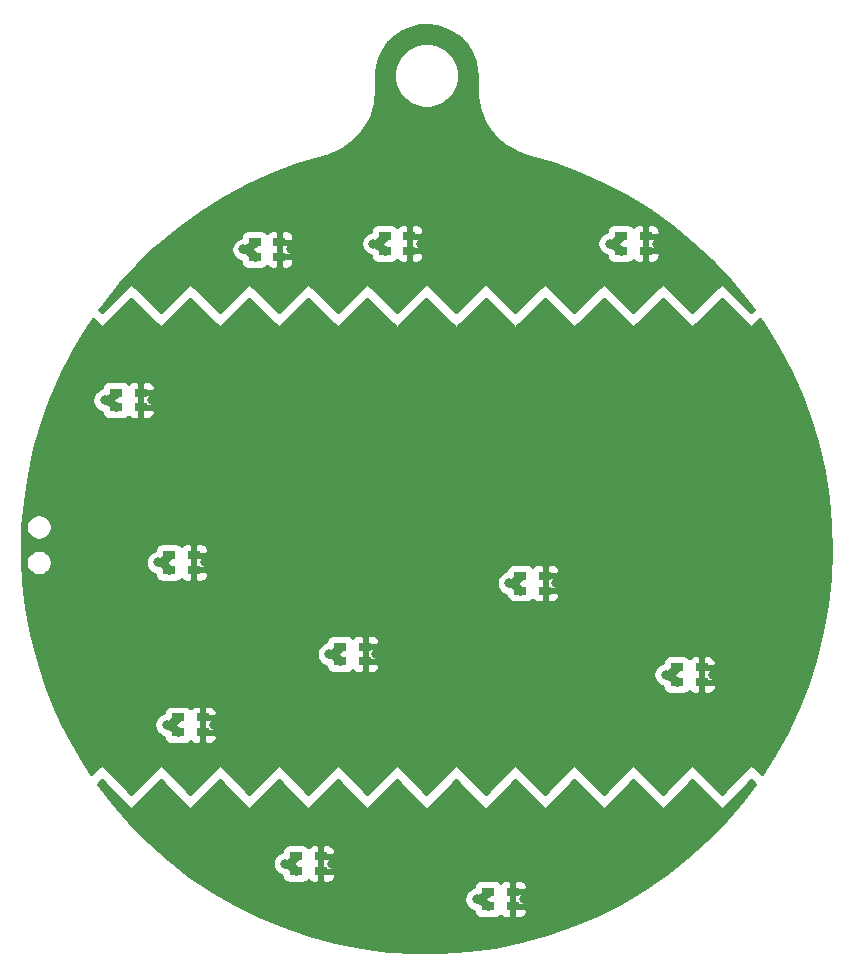
<source format=gbr>
%TF.GenerationSoftware,KiCad,Pcbnew,(5.1.10)-1*%
%TF.CreationDate,2021-10-17T11:10:58+02:00*%
%TF.ProjectId,TVZ_kuglica,54565a5f-6b75-4676-9c69-63612e6b6963,rev?*%
%TF.SameCoordinates,Original*%
%TF.FileFunction,Copper,L1,Top*%
%TF.FilePolarity,Positive*%
%FSLAX46Y46*%
G04 Gerber Fmt 4.6, Leading zero omitted, Abs format (unit mm)*
G04 Created by KiCad (PCBNEW (5.1.10)-1) date 2021-10-17 11:10:58*
%MOMM*%
%LPD*%
G01*
G04 APERTURE LIST*
%TA.AperFunction,SMDPad,CuDef*%
%ADD10R,1.100000X0.750000*%
%TD*%
%TA.AperFunction,ViaPad*%
%ADD11C,0.800000*%
%TD*%
%TA.AperFunction,Conductor*%
%ADD12C,0.762000*%
%TD*%
%TA.AperFunction,Conductor*%
%ADD13C,0.254000*%
%TD*%
%TA.AperFunction,Conductor*%
%ADD14C,0.100000*%
%TD*%
G04 APERTURE END LIST*
D10*
%TO.P,D1,1*%
%TO.N,Net-(D1-Pad1)*%
X110700000Y-86875000D03*
%TO.P,D1,2*%
%TO.N,GND*%
X112800000Y-86875000D03*
%TO.P,D1,1*%
%TO.N,Net-(D1-Pad1)*%
X110700000Y-88125000D03*
%TO.P,D1,2*%
%TO.N,GND*%
X112800000Y-88125000D03*
%TD*%
%TO.P,D2,2*%
%TO.N,GND*%
X124550000Y-75375000D03*
%TO.P,D2,1*%
%TO.N,Net-(D1-Pad1)*%
X122450000Y-75375000D03*
%TO.P,D2,2*%
%TO.N,GND*%
X124550000Y-74125000D03*
%TO.P,D2,1*%
%TO.N,Net-(D1-Pad1)*%
X122450000Y-74125000D03*
%TD*%
%TO.P,D3,1*%
%TO.N,Net-(D1-Pad1)*%
X153450000Y-73625000D03*
%TO.P,D3,2*%
%TO.N,GND*%
X155550000Y-73625000D03*
%TO.P,D3,1*%
%TO.N,Net-(D1-Pad1)*%
X153450000Y-74875000D03*
%TO.P,D3,2*%
%TO.N,GND*%
X155550000Y-74875000D03*
%TD*%
%TO.P,D4,2*%
%TO.N,GND*%
X131800000Y-109625000D03*
%TO.P,D4,1*%
%TO.N,Net-(D1-Pad1)*%
X129700000Y-109625000D03*
%TO.P,D4,2*%
%TO.N,GND*%
X131800000Y-108375000D03*
%TO.P,D4,1*%
%TO.N,Net-(D1-Pad1)*%
X129700000Y-108375000D03*
%TD*%
%TO.P,D5,1*%
%TO.N,Net-(D1-Pad1)*%
X115950000Y-114375000D03*
%TO.P,D5,2*%
%TO.N,GND*%
X118050000Y-114375000D03*
%TO.P,D5,1*%
%TO.N,Net-(D1-Pad1)*%
X115950000Y-115625000D03*
%TO.P,D5,2*%
%TO.N,GND*%
X118050000Y-115625000D03*
%TD*%
%TO.P,D6,2*%
%TO.N,GND*%
X117300000Y-101875000D03*
%TO.P,D6,1*%
%TO.N,Net-(D1-Pad1)*%
X115200000Y-101875000D03*
%TO.P,D6,2*%
%TO.N,GND*%
X117300000Y-100625000D03*
%TO.P,D6,1*%
%TO.N,Net-(D1-Pad1)*%
X115200000Y-100625000D03*
%TD*%
%TO.P,D7,1*%
%TO.N,Net-(D1-Pad1)*%
X142200000Y-129125000D03*
%TO.P,D7,2*%
%TO.N,GND*%
X144300000Y-129125000D03*
%TO.P,D7,1*%
%TO.N,Net-(D1-Pad1)*%
X142200000Y-130375000D03*
%TO.P,D7,2*%
%TO.N,GND*%
X144300000Y-130375000D03*
%TD*%
%TO.P,D8,2*%
%TO.N,GND*%
X160300000Y-111375000D03*
%TO.P,D8,1*%
%TO.N,Net-(D1-Pad1)*%
X158200000Y-111375000D03*
%TO.P,D8,2*%
%TO.N,GND*%
X160300000Y-110125000D03*
%TO.P,D8,1*%
%TO.N,Net-(D1-Pad1)*%
X158200000Y-110125000D03*
%TD*%
%TO.P,D9,1*%
%TO.N,Net-(D1-Pad1)*%
X133450000Y-73625000D03*
%TO.P,D9,2*%
%TO.N,GND*%
X135550000Y-73625000D03*
%TO.P,D9,1*%
%TO.N,Net-(D1-Pad1)*%
X133450000Y-74875000D03*
%TO.P,D9,2*%
%TO.N,GND*%
X135550000Y-74875000D03*
%TD*%
%TO.P,D10,2*%
%TO.N,GND*%
X147050000Y-103625000D03*
%TO.P,D10,1*%
%TO.N,Net-(D1-Pad1)*%
X144950000Y-103625000D03*
%TO.P,D10,2*%
%TO.N,GND*%
X147050000Y-102375000D03*
%TO.P,D10,1*%
%TO.N,Net-(D1-Pad1)*%
X144950000Y-102375000D03*
%TD*%
%TO.P,D11,1*%
%TO.N,Net-(D1-Pad1)*%
X125950000Y-126125000D03*
%TO.P,D11,2*%
%TO.N,GND*%
X128050000Y-126125000D03*
%TO.P,D11,1*%
%TO.N,Net-(D1-Pad1)*%
X125950000Y-127375000D03*
%TO.P,D11,2*%
%TO.N,GND*%
X128050000Y-127375000D03*
%TD*%
D11*
%TO.N,Net-(D1-Pad1)*%
X144000000Y-103000000D03*
X157250000Y-110750000D03*
X141250000Y-129750000D03*
X109750000Y-87500000D03*
X121500000Y-74750000D03*
X132500000Y-74250000D03*
X152500000Y-74250000D03*
X128750000Y-109000000D03*
X114250000Y-101250000D03*
X115000000Y-115000000D03*
X125000000Y-126750000D03*
%TO.N,GND*%
X118500000Y-126000000D03*
X134750000Y-125750000D03*
X135000000Y-133000000D03*
X145250000Y-126250000D03*
X153750000Y-127750000D03*
X154250000Y-77250000D03*
X130750000Y-73250000D03*
X120250000Y-84000000D03*
X126250000Y-93250000D03*
X120250000Y-105250000D03*
X128250000Y-104000000D03*
X108000000Y-107250000D03*
X118000000Y-110250000D03*
X138000000Y-112250000D03*
X149750000Y-117000000D03*
X147000000Y-108250000D03*
X165000000Y-105250000D03*
X161250000Y-117250000D03*
X155250000Y-97750000D03*
X157750000Y-90000000D03*
X139750000Y-94750000D03*
X161250000Y-110750000D03*
X132750000Y-109000000D03*
X148000000Y-103000000D03*
X119000000Y-115000000D03*
X118250000Y-101250000D03*
X145250000Y-129750000D03*
X113750000Y-87500000D03*
X136500000Y-74250000D03*
X156500000Y-74250000D03*
X125500000Y-74750000D03*
X129000000Y-126750000D03*
%TD*%
D12*
%TO.N,Net-(D1-Pad1)*%
X115325000Y-115000000D02*
X115950000Y-114375000D01*
X115325000Y-115000000D02*
X115950000Y-115625000D01*
X115000000Y-115000000D02*
X115325000Y-115000000D01*
X114575000Y-101250000D02*
X115200000Y-100625000D01*
X114575000Y-101250000D02*
X115200000Y-101875000D01*
X114250000Y-101250000D02*
X114575000Y-101250000D01*
X129075000Y-109000000D02*
X129700000Y-109625000D01*
X129075000Y-109000000D02*
X129700000Y-108375000D01*
X128750000Y-109000000D02*
X129075000Y-109000000D01*
X152825000Y-74250000D02*
X153450000Y-74875000D01*
X152825000Y-74250000D02*
X153450000Y-73625000D01*
X157575000Y-110750000D02*
X158200000Y-110125000D01*
X157575000Y-110750000D02*
X158200000Y-111375000D01*
X157250000Y-110750000D02*
X157575000Y-110750000D01*
X144325000Y-103000000D02*
X144950000Y-102375000D01*
X144325000Y-103000000D02*
X144950000Y-103625000D01*
X144000000Y-103000000D02*
X144325000Y-103000000D01*
X110075000Y-87500000D02*
X110700000Y-86875000D01*
X110075000Y-87500000D02*
X110700000Y-88125000D01*
X109750000Y-87500000D02*
X110075000Y-87500000D01*
X121825000Y-74750000D02*
X122450000Y-74125000D01*
X121825000Y-74750000D02*
X122450000Y-75375000D01*
X121500000Y-74750000D02*
X121825000Y-74750000D01*
X132825000Y-74250000D02*
X133450000Y-73625000D01*
X132825000Y-74250000D02*
X133450000Y-74875000D01*
X141575000Y-129750000D02*
X142200000Y-130375000D01*
X141575000Y-129750000D02*
X142200000Y-129125000D01*
X141250000Y-129750000D02*
X141575000Y-129750000D01*
X125325000Y-126750000D02*
X125950000Y-126125000D01*
X125325000Y-126750000D02*
X125950000Y-127375000D01*
X125000000Y-126750000D02*
X125325000Y-126750000D01*
%TD*%
D13*
%TO.N,GND*%
X164810641Y-119990247D02*
X163824120Y-121319689D01*
X162352204Y-123050560D01*
X160768823Y-124680064D01*
X159080926Y-126201055D01*
X157295931Y-127606843D01*
X155421695Y-128891239D01*
X153466456Y-130048599D01*
X151438820Y-131073832D01*
X149347702Y-131962428D01*
X147202263Y-132710493D01*
X145011999Y-133314718D01*
X142786467Y-133772464D01*
X140535523Y-134081705D01*
X138269022Y-134241089D01*
X135996953Y-134249911D01*
X133729262Y-134108134D01*
X131475992Y-133816385D01*
X129246983Y-133375938D01*
X127052076Y-132788738D01*
X124900917Y-132057366D01*
X122802939Y-131185029D01*
X120767401Y-130175574D01*
X119860225Y-129648061D01*
X140215000Y-129648061D01*
X140215000Y-129851939D01*
X140254774Y-130051898D01*
X140332795Y-130240256D01*
X140446063Y-130409774D01*
X140590226Y-130553937D01*
X140759744Y-130667205D01*
X140948102Y-130745226D01*
X141012724Y-130758080D01*
X141024188Y-130874482D01*
X141060498Y-130994180D01*
X141119463Y-131104494D01*
X141198815Y-131201185D01*
X141295506Y-131280537D01*
X141405820Y-131339502D01*
X141525518Y-131375812D01*
X141650000Y-131388072D01*
X142120375Y-131388072D01*
X142199999Y-131395914D01*
X142279623Y-131388072D01*
X142750000Y-131388072D01*
X142874482Y-131375812D01*
X142994180Y-131339502D01*
X143104494Y-131280537D01*
X143201185Y-131201185D01*
X143250000Y-131141704D01*
X143298815Y-131201185D01*
X143395506Y-131280537D01*
X143505820Y-131339502D01*
X143625518Y-131375812D01*
X143750000Y-131388072D01*
X144014250Y-131385000D01*
X144173000Y-131226250D01*
X144173000Y-130502000D01*
X144427000Y-130502000D01*
X144427000Y-131226250D01*
X144585750Y-131385000D01*
X144850000Y-131388072D01*
X144974482Y-131375812D01*
X145094180Y-131339502D01*
X145204494Y-131280537D01*
X145301185Y-131201185D01*
X145380537Y-131104494D01*
X145439502Y-130994180D01*
X145475812Y-130874482D01*
X145488072Y-130750000D01*
X145485000Y-130660750D01*
X145326250Y-130502000D01*
X144427000Y-130502000D01*
X144173000Y-130502000D01*
X144153000Y-130502000D01*
X144153000Y-130248000D01*
X144173000Y-130248000D01*
X144173000Y-129252000D01*
X144427000Y-129252000D01*
X144427000Y-130248000D01*
X145326250Y-130248000D01*
X145485000Y-130089250D01*
X145488072Y-130000000D01*
X145475812Y-129875518D01*
X145439502Y-129755820D01*
X145436391Y-129750000D01*
X145439502Y-129744180D01*
X145475812Y-129624482D01*
X145488072Y-129500000D01*
X145485000Y-129410750D01*
X145326250Y-129252000D01*
X144427000Y-129252000D01*
X144173000Y-129252000D01*
X144153000Y-129252000D01*
X144153000Y-128998000D01*
X144173000Y-128998000D01*
X144173000Y-128273750D01*
X144427000Y-128273750D01*
X144427000Y-128998000D01*
X145326250Y-128998000D01*
X145485000Y-128839250D01*
X145488072Y-128750000D01*
X145475812Y-128625518D01*
X145439502Y-128505820D01*
X145380537Y-128395506D01*
X145301185Y-128298815D01*
X145204494Y-128219463D01*
X145094180Y-128160498D01*
X144974482Y-128124188D01*
X144850000Y-128111928D01*
X144585750Y-128115000D01*
X144427000Y-128273750D01*
X144173000Y-128273750D01*
X144014250Y-128115000D01*
X143750000Y-128111928D01*
X143625518Y-128124188D01*
X143505820Y-128160498D01*
X143395506Y-128219463D01*
X143298815Y-128298815D01*
X143250000Y-128358296D01*
X143201185Y-128298815D01*
X143104494Y-128219463D01*
X142994180Y-128160498D01*
X142874482Y-128124188D01*
X142750000Y-128111928D01*
X142279623Y-128111928D01*
X142199999Y-128104086D01*
X142120375Y-128111928D01*
X141650000Y-128111928D01*
X141525518Y-128124188D01*
X141405820Y-128160498D01*
X141295506Y-128219463D01*
X141198815Y-128298815D01*
X141119463Y-128395506D01*
X141060498Y-128505820D01*
X141024188Y-128625518D01*
X141012724Y-128741920D01*
X140948102Y-128754774D01*
X140759744Y-128832795D01*
X140590226Y-128946063D01*
X140446063Y-129090226D01*
X140332795Y-129259744D01*
X140254774Y-129448102D01*
X140215000Y-129648061D01*
X119860225Y-129648061D01*
X118803237Y-129033435D01*
X116919085Y-127763634D01*
X115479732Y-126648061D01*
X123965000Y-126648061D01*
X123965000Y-126851939D01*
X124004774Y-127051898D01*
X124082795Y-127240256D01*
X124196063Y-127409774D01*
X124340226Y-127553937D01*
X124509744Y-127667205D01*
X124698102Y-127745226D01*
X124762724Y-127758080D01*
X124774188Y-127874482D01*
X124810498Y-127994180D01*
X124869463Y-128104494D01*
X124948815Y-128201185D01*
X125045506Y-128280537D01*
X125155820Y-128339502D01*
X125275518Y-128375812D01*
X125400000Y-128388072D01*
X125870375Y-128388072D01*
X125949999Y-128395914D01*
X126029623Y-128388072D01*
X126500000Y-128388072D01*
X126624482Y-128375812D01*
X126744180Y-128339502D01*
X126854494Y-128280537D01*
X126951185Y-128201185D01*
X127000000Y-128141704D01*
X127048815Y-128201185D01*
X127145506Y-128280537D01*
X127255820Y-128339502D01*
X127375518Y-128375812D01*
X127500000Y-128388072D01*
X127764250Y-128385000D01*
X127923000Y-128226250D01*
X127923000Y-127502000D01*
X128177000Y-127502000D01*
X128177000Y-128226250D01*
X128335750Y-128385000D01*
X128600000Y-128388072D01*
X128724482Y-128375812D01*
X128844180Y-128339502D01*
X128954494Y-128280537D01*
X129051185Y-128201185D01*
X129130537Y-128104494D01*
X129189502Y-127994180D01*
X129225812Y-127874482D01*
X129238072Y-127750000D01*
X129235000Y-127660750D01*
X129076250Y-127502000D01*
X128177000Y-127502000D01*
X127923000Y-127502000D01*
X127903000Y-127502000D01*
X127903000Y-127248000D01*
X127923000Y-127248000D01*
X127923000Y-126252000D01*
X128177000Y-126252000D01*
X128177000Y-127248000D01*
X129076250Y-127248000D01*
X129235000Y-127089250D01*
X129238072Y-127000000D01*
X129225812Y-126875518D01*
X129189502Y-126755820D01*
X129186391Y-126750000D01*
X129189502Y-126744180D01*
X129225812Y-126624482D01*
X129238072Y-126500000D01*
X129235000Y-126410750D01*
X129076250Y-126252000D01*
X128177000Y-126252000D01*
X127923000Y-126252000D01*
X127903000Y-126252000D01*
X127903000Y-125998000D01*
X127923000Y-125998000D01*
X127923000Y-125273750D01*
X128177000Y-125273750D01*
X128177000Y-125998000D01*
X129076250Y-125998000D01*
X129235000Y-125839250D01*
X129238072Y-125750000D01*
X129225812Y-125625518D01*
X129189502Y-125505820D01*
X129130537Y-125395506D01*
X129051185Y-125298815D01*
X128954494Y-125219463D01*
X128844180Y-125160498D01*
X128724482Y-125124188D01*
X128600000Y-125111928D01*
X128335750Y-125115000D01*
X128177000Y-125273750D01*
X127923000Y-125273750D01*
X127764250Y-125115000D01*
X127500000Y-125111928D01*
X127375518Y-125124188D01*
X127255820Y-125160498D01*
X127145506Y-125219463D01*
X127048815Y-125298815D01*
X127000000Y-125358296D01*
X126951185Y-125298815D01*
X126854494Y-125219463D01*
X126744180Y-125160498D01*
X126624482Y-125124188D01*
X126500000Y-125111928D01*
X126029623Y-125111928D01*
X125949999Y-125104086D01*
X125870375Y-125111928D01*
X125400000Y-125111928D01*
X125275518Y-125124188D01*
X125155820Y-125160498D01*
X125045506Y-125219463D01*
X124948815Y-125298815D01*
X124869463Y-125395506D01*
X124810498Y-125505820D01*
X124774188Y-125625518D01*
X124762724Y-125741920D01*
X124698102Y-125754774D01*
X124509744Y-125832795D01*
X124340226Y-125946063D01*
X124196063Y-126090226D01*
X124082795Y-126259744D01*
X124004774Y-126448102D01*
X123965000Y-126648061D01*
X115479732Y-126648061D01*
X115123223Y-126371749D01*
X113423564Y-124863914D01*
X111827572Y-123246751D01*
X110342263Y-121527368D01*
X109185741Y-119993865D01*
X109500000Y-119679606D01*
X111910197Y-122089803D01*
X111929443Y-122105597D01*
X111951399Y-122117333D01*
X111975224Y-122124560D01*
X112000000Y-122127000D01*
X112024776Y-122124560D01*
X112048601Y-122117333D01*
X112070557Y-122105597D01*
X112089803Y-122089803D01*
X114500000Y-119679606D01*
X116910197Y-122089803D01*
X116929443Y-122105597D01*
X116951399Y-122117333D01*
X116975224Y-122124560D01*
X117000000Y-122127000D01*
X117024776Y-122124560D01*
X117048601Y-122117333D01*
X117070557Y-122105597D01*
X117089803Y-122089803D01*
X119500000Y-119679606D01*
X121910197Y-122089803D01*
X121929443Y-122105597D01*
X121951399Y-122117333D01*
X121975224Y-122124560D01*
X122000000Y-122127000D01*
X122024776Y-122124560D01*
X122048601Y-122117333D01*
X122070557Y-122105597D01*
X122089803Y-122089803D01*
X124500000Y-119679606D01*
X126910197Y-122089803D01*
X126929443Y-122105597D01*
X126951399Y-122117333D01*
X126975224Y-122124560D01*
X127000000Y-122127000D01*
X127024776Y-122124560D01*
X127048601Y-122117333D01*
X127070557Y-122105597D01*
X127089803Y-122089803D01*
X129500000Y-119679606D01*
X131910197Y-122089803D01*
X131929443Y-122105597D01*
X131951399Y-122117333D01*
X131975224Y-122124560D01*
X132000000Y-122127000D01*
X132024776Y-122124560D01*
X132048601Y-122117333D01*
X132070557Y-122105597D01*
X132089803Y-122089803D01*
X134500000Y-119679606D01*
X136910197Y-122089803D01*
X136929443Y-122105597D01*
X136951399Y-122117333D01*
X136975224Y-122124560D01*
X137000000Y-122127000D01*
X137024776Y-122124560D01*
X137048601Y-122117333D01*
X137070557Y-122105597D01*
X137089803Y-122089803D01*
X139500000Y-119679606D01*
X141910197Y-122089803D01*
X141929443Y-122105597D01*
X141951399Y-122117333D01*
X141975224Y-122124560D01*
X142000000Y-122127000D01*
X142024776Y-122124560D01*
X142048601Y-122117333D01*
X142070557Y-122105597D01*
X142089803Y-122089803D01*
X144500000Y-119679606D01*
X146910197Y-122089803D01*
X146929443Y-122105597D01*
X146951399Y-122117333D01*
X146975224Y-122124560D01*
X147000000Y-122127000D01*
X147024776Y-122124560D01*
X147048601Y-122117333D01*
X147070557Y-122105597D01*
X147089803Y-122089803D01*
X149500000Y-119679606D01*
X151910197Y-122089803D01*
X151929443Y-122105597D01*
X151951399Y-122117333D01*
X151975224Y-122124560D01*
X152000000Y-122127000D01*
X152024776Y-122124560D01*
X152048601Y-122117333D01*
X152070557Y-122105597D01*
X152089803Y-122089803D01*
X154500000Y-119679606D01*
X156910197Y-122089803D01*
X156929443Y-122105597D01*
X156951399Y-122117333D01*
X156975224Y-122124560D01*
X157000000Y-122127000D01*
X157024776Y-122124560D01*
X157048601Y-122117333D01*
X157070557Y-122105597D01*
X157089803Y-122089803D01*
X159500000Y-119679606D01*
X161910197Y-122089803D01*
X161929443Y-122105597D01*
X161951399Y-122117333D01*
X161975224Y-122124560D01*
X162000000Y-122127000D01*
X162024776Y-122124560D01*
X162048601Y-122117333D01*
X162070557Y-122105597D01*
X162089803Y-122089803D01*
X164500000Y-119679606D01*
X164810641Y-119990247D01*
%TA.AperFunction,Conductor*%
D14*
G36*
X164810641Y-119990247D02*
G01*
X163824120Y-121319689D01*
X162352204Y-123050560D01*
X160768823Y-124680064D01*
X159080926Y-126201055D01*
X157295931Y-127606843D01*
X155421695Y-128891239D01*
X153466456Y-130048599D01*
X151438820Y-131073832D01*
X149347702Y-131962428D01*
X147202263Y-132710493D01*
X145011999Y-133314718D01*
X142786467Y-133772464D01*
X140535523Y-134081705D01*
X138269022Y-134241089D01*
X135996953Y-134249911D01*
X133729262Y-134108134D01*
X131475992Y-133816385D01*
X129246983Y-133375938D01*
X127052076Y-132788738D01*
X124900917Y-132057366D01*
X122802939Y-131185029D01*
X120767401Y-130175574D01*
X119860225Y-129648061D01*
X140215000Y-129648061D01*
X140215000Y-129851939D01*
X140254774Y-130051898D01*
X140332795Y-130240256D01*
X140446063Y-130409774D01*
X140590226Y-130553937D01*
X140759744Y-130667205D01*
X140948102Y-130745226D01*
X141012724Y-130758080D01*
X141024188Y-130874482D01*
X141060498Y-130994180D01*
X141119463Y-131104494D01*
X141198815Y-131201185D01*
X141295506Y-131280537D01*
X141405820Y-131339502D01*
X141525518Y-131375812D01*
X141650000Y-131388072D01*
X142120375Y-131388072D01*
X142199999Y-131395914D01*
X142279623Y-131388072D01*
X142750000Y-131388072D01*
X142874482Y-131375812D01*
X142994180Y-131339502D01*
X143104494Y-131280537D01*
X143201185Y-131201185D01*
X143250000Y-131141704D01*
X143298815Y-131201185D01*
X143395506Y-131280537D01*
X143505820Y-131339502D01*
X143625518Y-131375812D01*
X143750000Y-131388072D01*
X144014250Y-131385000D01*
X144173000Y-131226250D01*
X144173000Y-130502000D01*
X144427000Y-130502000D01*
X144427000Y-131226250D01*
X144585750Y-131385000D01*
X144850000Y-131388072D01*
X144974482Y-131375812D01*
X145094180Y-131339502D01*
X145204494Y-131280537D01*
X145301185Y-131201185D01*
X145380537Y-131104494D01*
X145439502Y-130994180D01*
X145475812Y-130874482D01*
X145488072Y-130750000D01*
X145485000Y-130660750D01*
X145326250Y-130502000D01*
X144427000Y-130502000D01*
X144173000Y-130502000D01*
X144153000Y-130502000D01*
X144153000Y-130248000D01*
X144173000Y-130248000D01*
X144173000Y-129252000D01*
X144427000Y-129252000D01*
X144427000Y-130248000D01*
X145326250Y-130248000D01*
X145485000Y-130089250D01*
X145488072Y-130000000D01*
X145475812Y-129875518D01*
X145439502Y-129755820D01*
X145436391Y-129750000D01*
X145439502Y-129744180D01*
X145475812Y-129624482D01*
X145488072Y-129500000D01*
X145485000Y-129410750D01*
X145326250Y-129252000D01*
X144427000Y-129252000D01*
X144173000Y-129252000D01*
X144153000Y-129252000D01*
X144153000Y-128998000D01*
X144173000Y-128998000D01*
X144173000Y-128273750D01*
X144427000Y-128273750D01*
X144427000Y-128998000D01*
X145326250Y-128998000D01*
X145485000Y-128839250D01*
X145488072Y-128750000D01*
X145475812Y-128625518D01*
X145439502Y-128505820D01*
X145380537Y-128395506D01*
X145301185Y-128298815D01*
X145204494Y-128219463D01*
X145094180Y-128160498D01*
X144974482Y-128124188D01*
X144850000Y-128111928D01*
X144585750Y-128115000D01*
X144427000Y-128273750D01*
X144173000Y-128273750D01*
X144014250Y-128115000D01*
X143750000Y-128111928D01*
X143625518Y-128124188D01*
X143505820Y-128160498D01*
X143395506Y-128219463D01*
X143298815Y-128298815D01*
X143250000Y-128358296D01*
X143201185Y-128298815D01*
X143104494Y-128219463D01*
X142994180Y-128160498D01*
X142874482Y-128124188D01*
X142750000Y-128111928D01*
X142279623Y-128111928D01*
X142199999Y-128104086D01*
X142120375Y-128111928D01*
X141650000Y-128111928D01*
X141525518Y-128124188D01*
X141405820Y-128160498D01*
X141295506Y-128219463D01*
X141198815Y-128298815D01*
X141119463Y-128395506D01*
X141060498Y-128505820D01*
X141024188Y-128625518D01*
X141012724Y-128741920D01*
X140948102Y-128754774D01*
X140759744Y-128832795D01*
X140590226Y-128946063D01*
X140446063Y-129090226D01*
X140332795Y-129259744D01*
X140254774Y-129448102D01*
X140215000Y-129648061D01*
X119860225Y-129648061D01*
X118803237Y-129033435D01*
X116919085Y-127763634D01*
X115479732Y-126648061D01*
X123965000Y-126648061D01*
X123965000Y-126851939D01*
X124004774Y-127051898D01*
X124082795Y-127240256D01*
X124196063Y-127409774D01*
X124340226Y-127553937D01*
X124509744Y-127667205D01*
X124698102Y-127745226D01*
X124762724Y-127758080D01*
X124774188Y-127874482D01*
X124810498Y-127994180D01*
X124869463Y-128104494D01*
X124948815Y-128201185D01*
X125045506Y-128280537D01*
X125155820Y-128339502D01*
X125275518Y-128375812D01*
X125400000Y-128388072D01*
X125870375Y-128388072D01*
X125949999Y-128395914D01*
X126029623Y-128388072D01*
X126500000Y-128388072D01*
X126624482Y-128375812D01*
X126744180Y-128339502D01*
X126854494Y-128280537D01*
X126951185Y-128201185D01*
X127000000Y-128141704D01*
X127048815Y-128201185D01*
X127145506Y-128280537D01*
X127255820Y-128339502D01*
X127375518Y-128375812D01*
X127500000Y-128388072D01*
X127764250Y-128385000D01*
X127923000Y-128226250D01*
X127923000Y-127502000D01*
X128177000Y-127502000D01*
X128177000Y-128226250D01*
X128335750Y-128385000D01*
X128600000Y-128388072D01*
X128724482Y-128375812D01*
X128844180Y-128339502D01*
X128954494Y-128280537D01*
X129051185Y-128201185D01*
X129130537Y-128104494D01*
X129189502Y-127994180D01*
X129225812Y-127874482D01*
X129238072Y-127750000D01*
X129235000Y-127660750D01*
X129076250Y-127502000D01*
X128177000Y-127502000D01*
X127923000Y-127502000D01*
X127903000Y-127502000D01*
X127903000Y-127248000D01*
X127923000Y-127248000D01*
X127923000Y-126252000D01*
X128177000Y-126252000D01*
X128177000Y-127248000D01*
X129076250Y-127248000D01*
X129235000Y-127089250D01*
X129238072Y-127000000D01*
X129225812Y-126875518D01*
X129189502Y-126755820D01*
X129186391Y-126750000D01*
X129189502Y-126744180D01*
X129225812Y-126624482D01*
X129238072Y-126500000D01*
X129235000Y-126410750D01*
X129076250Y-126252000D01*
X128177000Y-126252000D01*
X127923000Y-126252000D01*
X127903000Y-126252000D01*
X127903000Y-125998000D01*
X127923000Y-125998000D01*
X127923000Y-125273750D01*
X128177000Y-125273750D01*
X128177000Y-125998000D01*
X129076250Y-125998000D01*
X129235000Y-125839250D01*
X129238072Y-125750000D01*
X129225812Y-125625518D01*
X129189502Y-125505820D01*
X129130537Y-125395506D01*
X129051185Y-125298815D01*
X128954494Y-125219463D01*
X128844180Y-125160498D01*
X128724482Y-125124188D01*
X128600000Y-125111928D01*
X128335750Y-125115000D01*
X128177000Y-125273750D01*
X127923000Y-125273750D01*
X127764250Y-125115000D01*
X127500000Y-125111928D01*
X127375518Y-125124188D01*
X127255820Y-125160498D01*
X127145506Y-125219463D01*
X127048815Y-125298815D01*
X127000000Y-125358296D01*
X126951185Y-125298815D01*
X126854494Y-125219463D01*
X126744180Y-125160498D01*
X126624482Y-125124188D01*
X126500000Y-125111928D01*
X126029623Y-125111928D01*
X125949999Y-125104086D01*
X125870375Y-125111928D01*
X125400000Y-125111928D01*
X125275518Y-125124188D01*
X125155820Y-125160498D01*
X125045506Y-125219463D01*
X124948815Y-125298815D01*
X124869463Y-125395506D01*
X124810498Y-125505820D01*
X124774188Y-125625518D01*
X124762724Y-125741920D01*
X124698102Y-125754774D01*
X124509744Y-125832795D01*
X124340226Y-125946063D01*
X124196063Y-126090226D01*
X124082795Y-126259744D01*
X124004774Y-126448102D01*
X123965000Y-126648061D01*
X115479732Y-126648061D01*
X115123223Y-126371749D01*
X113423564Y-124863914D01*
X111827572Y-123246751D01*
X110342263Y-121527368D01*
X109185741Y-119993865D01*
X109500000Y-119679606D01*
X111910197Y-122089803D01*
X111929443Y-122105597D01*
X111951399Y-122117333D01*
X111975224Y-122124560D01*
X112000000Y-122127000D01*
X112024776Y-122124560D01*
X112048601Y-122117333D01*
X112070557Y-122105597D01*
X112089803Y-122089803D01*
X114500000Y-119679606D01*
X116910197Y-122089803D01*
X116929443Y-122105597D01*
X116951399Y-122117333D01*
X116975224Y-122124560D01*
X117000000Y-122127000D01*
X117024776Y-122124560D01*
X117048601Y-122117333D01*
X117070557Y-122105597D01*
X117089803Y-122089803D01*
X119500000Y-119679606D01*
X121910197Y-122089803D01*
X121929443Y-122105597D01*
X121951399Y-122117333D01*
X121975224Y-122124560D01*
X122000000Y-122127000D01*
X122024776Y-122124560D01*
X122048601Y-122117333D01*
X122070557Y-122105597D01*
X122089803Y-122089803D01*
X124500000Y-119679606D01*
X126910197Y-122089803D01*
X126929443Y-122105597D01*
X126951399Y-122117333D01*
X126975224Y-122124560D01*
X127000000Y-122127000D01*
X127024776Y-122124560D01*
X127048601Y-122117333D01*
X127070557Y-122105597D01*
X127089803Y-122089803D01*
X129500000Y-119679606D01*
X131910197Y-122089803D01*
X131929443Y-122105597D01*
X131951399Y-122117333D01*
X131975224Y-122124560D01*
X132000000Y-122127000D01*
X132024776Y-122124560D01*
X132048601Y-122117333D01*
X132070557Y-122105597D01*
X132089803Y-122089803D01*
X134500000Y-119679606D01*
X136910197Y-122089803D01*
X136929443Y-122105597D01*
X136951399Y-122117333D01*
X136975224Y-122124560D01*
X137000000Y-122127000D01*
X137024776Y-122124560D01*
X137048601Y-122117333D01*
X137070557Y-122105597D01*
X137089803Y-122089803D01*
X139500000Y-119679606D01*
X141910197Y-122089803D01*
X141929443Y-122105597D01*
X141951399Y-122117333D01*
X141975224Y-122124560D01*
X142000000Y-122127000D01*
X142024776Y-122124560D01*
X142048601Y-122117333D01*
X142070557Y-122105597D01*
X142089803Y-122089803D01*
X144500000Y-119679606D01*
X146910197Y-122089803D01*
X146929443Y-122105597D01*
X146951399Y-122117333D01*
X146975224Y-122124560D01*
X147000000Y-122127000D01*
X147024776Y-122124560D01*
X147048601Y-122117333D01*
X147070557Y-122105597D01*
X147089803Y-122089803D01*
X149500000Y-119679606D01*
X151910197Y-122089803D01*
X151929443Y-122105597D01*
X151951399Y-122117333D01*
X151975224Y-122124560D01*
X152000000Y-122127000D01*
X152024776Y-122124560D01*
X152048601Y-122117333D01*
X152070557Y-122105597D01*
X152089803Y-122089803D01*
X154500000Y-119679606D01*
X156910197Y-122089803D01*
X156929443Y-122105597D01*
X156951399Y-122117333D01*
X156975224Y-122124560D01*
X157000000Y-122127000D01*
X157024776Y-122124560D01*
X157048601Y-122117333D01*
X157070557Y-122105597D01*
X157089803Y-122089803D01*
X159500000Y-119679606D01*
X161910197Y-122089803D01*
X161929443Y-122105597D01*
X161951399Y-122117333D01*
X161975224Y-122124560D01*
X162000000Y-122127000D01*
X162024776Y-122124560D01*
X162048601Y-122117333D01*
X162070557Y-122105597D01*
X162089803Y-122089803D01*
X164500000Y-119679606D01*
X164810641Y-119990247D01*
G37*
%TD.AperFunction*%
D13*
X164410197Y-81339803D02*
X164429443Y-81355597D01*
X164451399Y-81367333D01*
X164475224Y-81374560D01*
X164500000Y-81377000D01*
X164524776Y-81374560D01*
X164548601Y-81367333D01*
X164570557Y-81355597D01*
X164589803Y-81339803D01*
X165270861Y-80658745D01*
X165499106Y-80977290D01*
X166697162Y-82907865D01*
X167764630Y-84913581D01*
X168696830Y-86985643D01*
X169489658Y-89114933D01*
X170139624Y-91292080D01*
X170643873Y-93507517D01*
X171000188Y-95751501D01*
X171207004Y-98014175D01*
X171263407Y-100285560D01*
X171169153Y-102555700D01*
X170924654Y-104814605D01*
X170530986Y-107052337D01*
X169989882Y-109259064D01*
X169303718Y-111425077D01*
X168475512Y-113540851D01*
X167508906Y-115597090D01*
X166408155Y-117584736D01*
X165372598Y-119192992D01*
X164589803Y-118410197D01*
X164570557Y-118394403D01*
X164548601Y-118382667D01*
X164524776Y-118375440D01*
X164500000Y-118373000D01*
X164475224Y-118375440D01*
X164451399Y-118382667D01*
X164429443Y-118394403D01*
X164410197Y-118410197D01*
X162000000Y-120820394D01*
X159589803Y-118410197D01*
X159570557Y-118394403D01*
X159548601Y-118382667D01*
X159524776Y-118375440D01*
X159500000Y-118373000D01*
X159475224Y-118375440D01*
X159451399Y-118382667D01*
X159429443Y-118394403D01*
X159410197Y-118410197D01*
X157000000Y-120820394D01*
X154589803Y-118410197D01*
X154570557Y-118394403D01*
X154548601Y-118382667D01*
X154524776Y-118375440D01*
X154500000Y-118373000D01*
X154475224Y-118375440D01*
X154451399Y-118382667D01*
X154429443Y-118394403D01*
X154410197Y-118410197D01*
X152000000Y-120820394D01*
X149589803Y-118410197D01*
X149570557Y-118394403D01*
X149548601Y-118382667D01*
X149524776Y-118375440D01*
X149500000Y-118373000D01*
X149475224Y-118375440D01*
X149451399Y-118382667D01*
X149429443Y-118394403D01*
X149410197Y-118410197D01*
X147000000Y-120820394D01*
X144589803Y-118410197D01*
X144570557Y-118394403D01*
X144548601Y-118382667D01*
X144524776Y-118375440D01*
X144500000Y-118373000D01*
X144475224Y-118375440D01*
X144451399Y-118382667D01*
X144429443Y-118394403D01*
X144410197Y-118410197D01*
X142000000Y-120820394D01*
X139589803Y-118410197D01*
X139570557Y-118394403D01*
X139548601Y-118382667D01*
X139524776Y-118375440D01*
X139500000Y-118373000D01*
X139475224Y-118375440D01*
X139451399Y-118382667D01*
X139429443Y-118394403D01*
X139410197Y-118410197D01*
X137000000Y-120820394D01*
X134589803Y-118410197D01*
X134570557Y-118394403D01*
X134548601Y-118382667D01*
X134524776Y-118375440D01*
X134500000Y-118373000D01*
X134475224Y-118375440D01*
X134451399Y-118382667D01*
X134429443Y-118394403D01*
X134410197Y-118410197D01*
X132000000Y-120820394D01*
X129589803Y-118410197D01*
X129570557Y-118394403D01*
X129548601Y-118382667D01*
X129524776Y-118375440D01*
X129500000Y-118373000D01*
X129475224Y-118375440D01*
X129451399Y-118382667D01*
X129429443Y-118394403D01*
X129410197Y-118410197D01*
X127000000Y-120820394D01*
X124589803Y-118410197D01*
X124570557Y-118394403D01*
X124548601Y-118382667D01*
X124524776Y-118375440D01*
X124500000Y-118373000D01*
X124475224Y-118375440D01*
X124451399Y-118382667D01*
X124429443Y-118394403D01*
X124410197Y-118410197D01*
X122000000Y-120820394D01*
X119589803Y-118410197D01*
X119570557Y-118394403D01*
X119548601Y-118382667D01*
X119524776Y-118375440D01*
X119500000Y-118373000D01*
X119475224Y-118375440D01*
X119451399Y-118382667D01*
X119429443Y-118394403D01*
X119410197Y-118410197D01*
X117000000Y-120820394D01*
X114589803Y-118410197D01*
X114570557Y-118394403D01*
X114548601Y-118382667D01*
X114524776Y-118375440D01*
X114500000Y-118373000D01*
X114475224Y-118375440D01*
X114451399Y-118382667D01*
X114429443Y-118394403D01*
X114410197Y-118410197D01*
X112000000Y-120820394D01*
X109589803Y-118410197D01*
X109570557Y-118394403D01*
X109548601Y-118382667D01*
X109524776Y-118375440D01*
X109500000Y-118373000D01*
X109475224Y-118375440D01*
X109451399Y-118382667D01*
X109429443Y-118394403D01*
X109410197Y-118410197D01*
X108631013Y-119189381D01*
X107729304Y-117812605D01*
X106613144Y-115833557D01*
X106164478Y-114898061D01*
X113965000Y-114898061D01*
X113965000Y-115101939D01*
X114004774Y-115301898D01*
X114082795Y-115490256D01*
X114196063Y-115659774D01*
X114340226Y-115803937D01*
X114509744Y-115917205D01*
X114698102Y-115995226D01*
X114762724Y-116008080D01*
X114774188Y-116124482D01*
X114810498Y-116244180D01*
X114869463Y-116354494D01*
X114948815Y-116451185D01*
X115045506Y-116530537D01*
X115155820Y-116589502D01*
X115275518Y-116625812D01*
X115400000Y-116638072D01*
X115870375Y-116638072D01*
X115949999Y-116645914D01*
X116029623Y-116638072D01*
X116500000Y-116638072D01*
X116624482Y-116625812D01*
X116744180Y-116589502D01*
X116854494Y-116530537D01*
X116951185Y-116451185D01*
X117000000Y-116391704D01*
X117048815Y-116451185D01*
X117145506Y-116530537D01*
X117255820Y-116589502D01*
X117375518Y-116625812D01*
X117500000Y-116638072D01*
X117764250Y-116635000D01*
X117923000Y-116476250D01*
X117923000Y-115752000D01*
X118177000Y-115752000D01*
X118177000Y-116476250D01*
X118335750Y-116635000D01*
X118600000Y-116638072D01*
X118724482Y-116625812D01*
X118844180Y-116589502D01*
X118954494Y-116530537D01*
X119051185Y-116451185D01*
X119130537Y-116354494D01*
X119189502Y-116244180D01*
X119225812Y-116124482D01*
X119238072Y-116000000D01*
X119235000Y-115910750D01*
X119076250Y-115752000D01*
X118177000Y-115752000D01*
X117923000Y-115752000D01*
X117903000Y-115752000D01*
X117903000Y-115498000D01*
X117923000Y-115498000D01*
X117923000Y-114502000D01*
X118177000Y-114502000D01*
X118177000Y-115498000D01*
X119076250Y-115498000D01*
X119235000Y-115339250D01*
X119238072Y-115250000D01*
X119225812Y-115125518D01*
X119189502Y-115005820D01*
X119186391Y-115000000D01*
X119189502Y-114994180D01*
X119225812Y-114874482D01*
X119238072Y-114750000D01*
X119235000Y-114660750D01*
X119076250Y-114502000D01*
X118177000Y-114502000D01*
X117923000Y-114502000D01*
X117903000Y-114502000D01*
X117903000Y-114248000D01*
X117923000Y-114248000D01*
X117923000Y-113523750D01*
X118177000Y-113523750D01*
X118177000Y-114248000D01*
X119076250Y-114248000D01*
X119235000Y-114089250D01*
X119238072Y-114000000D01*
X119225812Y-113875518D01*
X119189502Y-113755820D01*
X119130537Y-113645506D01*
X119051185Y-113548815D01*
X118954494Y-113469463D01*
X118844180Y-113410498D01*
X118724482Y-113374188D01*
X118600000Y-113361928D01*
X118335750Y-113365000D01*
X118177000Y-113523750D01*
X117923000Y-113523750D01*
X117764250Y-113365000D01*
X117500000Y-113361928D01*
X117375518Y-113374188D01*
X117255820Y-113410498D01*
X117145506Y-113469463D01*
X117048815Y-113548815D01*
X117000000Y-113608296D01*
X116951185Y-113548815D01*
X116854494Y-113469463D01*
X116744180Y-113410498D01*
X116624482Y-113374188D01*
X116500000Y-113361928D01*
X116029623Y-113361928D01*
X115949999Y-113354086D01*
X115870375Y-113361928D01*
X115400000Y-113361928D01*
X115275518Y-113374188D01*
X115155820Y-113410498D01*
X115045506Y-113469463D01*
X114948815Y-113548815D01*
X114869463Y-113645506D01*
X114810498Y-113755820D01*
X114774188Y-113875518D01*
X114762724Y-113991920D01*
X114698102Y-114004774D01*
X114509744Y-114082795D01*
X114340226Y-114196063D01*
X114196063Y-114340226D01*
X114082795Y-114509744D01*
X114004774Y-114698102D01*
X113965000Y-114898061D01*
X106164478Y-114898061D01*
X105630601Y-113784897D01*
X104785986Y-111675609D01*
X104451670Y-110648061D01*
X156215000Y-110648061D01*
X156215000Y-110851939D01*
X156254774Y-111051898D01*
X156332795Y-111240256D01*
X156446063Y-111409774D01*
X156590226Y-111553937D01*
X156759744Y-111667205D01*
X156948102Y-111745226D01*
X157012724Y-111758080D01*
X157024188Y-111874482D01*
X157060498Y-111994180D01*
X157119463Y-112104494D01*
X157198815Y-112201185D01*
X157295506Y-112280537D01*
X157405820Y-112339502D01*
X157525518Y-112375812D01*
X157650000Y-112388072D01*
X158120375Y-112388072D01*
X158199999Y-112395914D01*
X158279623Y-112388072D01*
X158750000Y-112388072D01*
X158874482Y-112375812D01*
X158994180Y-112339502D01*
X159104494Y-112280537D01*
X159201185Y-112201185D01*
X159250000Y-112141704D01*
X159298815Y-112201185D01*
X159395506Y-112280537D01*
X159505820Y-112339502D01*
X159625518Y-112375812D01*
X159750000Y-112388072D01*
X160014250Y-112385000D01*
X160173000Y-112226250D01*
X160173000Y-111502000D01*
X160427000Y-111502000D01*
X160427000Y-112226250D01*
X160585750Y-112385000D01*
X160850000Y-112388072D01*
X160974482Y-112375812D01*
X161094180Y-112339502D01*
X161204494Y-112280537D01*
X161301185Y-112201185D01*
X161380537Y-112104494D01*
X161439502Y-111994180D01*
X161475812Y-111874482D01*
X161488072Y-111750000D01*
X161485000Y-111660750D01*
X161326250Y-111502000D01*
X160427000Y-111502000D01*
X160173000Y-111502000D01*
X160153000Y-111502000D01*
X160153000Y-111248000D01*
X160173000Y-111248000D01*
X160173000Y-110252000D01*
X160427000Y-110252000D01*
X160427000Y-111248000D01*
X161326250Y-111248000D01*
X161485000Y-111089250D01*
X161488072Y-111000000D01*
X161475812Y-110875518D01*
X161439502Y-110755820D01*
X161436391Y-110750000D01*
X161439502Y-110744180D01*
X161475812Y-110624482D01*
X161488072Y-110500000D01*
X161485000Y-110410750D01*
X161326250Y-110252000D01*
X160427000Y-110252000D01*
X160173000Y-110252000D01*
X160153000Y-110252000D01*
X160153000Y-109998000D01*
X160173000Y-109998000D01*
X160173000Y-109273750D01*
X160427000Y-109273750D01*
X160427000Y-109998000D01*
X161326250Y-109998000D01*
X161485000Y-109839250D01*
X161488072Y-109750000D01*
X161475812Y-109625518D01*
X161439502Y-109505820D01*
X161380537Y-109395506D01*
X161301185Y-109298815D01*
X161204494Y-109219463D01*
X161094180Y-109160498D01*
X160974482Y-109124188D01*
X160850000Y-109111928D01*
X160585750Y-109115000D01*
X160427000Y-109273750D01*
X160173000Y-109273750D01*
X160014250Y-109115000D01*
X159750000Y-109111928D01*
X159625518Y-109124188D01*
X159505820Y-109160498D01*
X159395506Y-109219463D01*
X159298815Y-109298815D01*
X159250000Y-109358296D01*
X159201185Y-109298815D01*
X159104494Y-109219463D01*
X158994180Y-109160498D01*
X158874482Y-109124188D01*
X158750000Y-109111928D01*
X158279623Y-109111928D01*
X158199999Y-109104086D01*
X158120375Y-109111928D01*
X157650000Y-109111928D01*
X157525518Y-109124188D01*
X157405820Y-109160498D01*
X157295506Y-109219463D01*
X157198815Y-109298815D01*
X157119463Y-109395506D01*
X157060498Y-109505820D01*
X157024188Y-109625518D01*
X157012724Y-109741920D01*
X156948102Y-109754774D01*
X156759744Y-109832795D01*
X156590226Y-109946063D01*
X156446063Y-110090226D01*
X156332795Y-110259744D01*
X156254774Y-110448102D01*
X156215000Y-110648061D01*
X104451670Y-110648061D01*
X104083026Y-109515005D01*
X103926658Y-108898061D01*
X127715000Y-108898061D01*
X127715000Y-109101939D01*
X127754774Y-109301898D01*
X127832795Y-109490256D01*
X127946063Y-109659774D01*
X128090226Y-109803937D01*
X128259744Y-109917205D01*
X128448102Y-109995226D01*
X128512724Y-110008080D01*
X128524188Y-110124482D01*
X128560498Y-110244180D01*
X128619463Y-110354494D01*
X128698815Y-110451185D01*
X128795506Y-110530537D01*
X128905820Y-110589502D01*
X129025518Y-110625812D01*
X129150000Y-110638072D01*
X129620375Y-110638072D01*
X129699999Y-110645914D01*
X129779623Y-110638072D01*
X130250000Y-110638072D01*
X130374482Y-110625812D01*
X130494180Y-110589502D01*
X130604494Y-110530537D01*
X130701185Y-110451185D01*
X130750000Y-110391704D01*
X130798815Y-110451185D01*
X130895506Y-110530537D01*
X131005820Y-110589502D01*
X131125518Y-110625812D01*
X131250000Y-110638072D01*
X131514250Y-110635000D01*
X131673000Y-110476250D01*
X131673000Y-109752000D01*
X131927000Y-109752000D01*
X131927000Y-110476250D01*
X132085750Y-110635000D01*
X132350000Y-110638072D01*
X132474482Y-110625812D01*
X132594180Y-110589502D01*
X132704494Y-110530537D01*
X132801185Y-110451185D01*
X132880537Y-110354494D01*
X132939502Y-110244180D01*
X132975812Y-110124482D01*
X132988072Y-110000000D01*
X132985000Y-109910750D01*
X132826250Y-109752000D01*
X131927000Y-109752000D01*
X131673000Y-109752000D01*
X131653000Y-109752000D01*
X131653000Y-109498000D01*
X131673000Y-109498000D01*
X131673000Y-108502000D01*
X131927000Y-108502000D01*
X131927000Y-109498000D01*
X132826250Y-109498000D01*
X132985000Y-109339250D01*
X132988072Y-109250000D01*
X132975812Y-109125518D01*
X132939502Y-109005820D01*
X132936391Y-109000000D01*
X132939502Y-108994180D01*
X132975812Y-108874482D01*
X132988072Y-108750000D01*
X132985000Y-108660750D01*
X132826250Y-108502000D01*
X131927000Y-108502000D01*
X131673000Y-108502000D01*
X131653000Y-108502000D01*
X131653000Y-108248000D01*
X131673000Y-108248000D01*
X131673000Y-107523750D01*
X131927000Y-107523750D01*
X131927000Y-108248000D01*
X132826250Y-108248000D01*
X132985000Y-108089250D01*
X132988072Y-108000000D01*
X132975812Y-107875518D01*
X132939502Y-107755820D01*
X132880537Y-107645506D01*
X132801185Y-107548815D01*
X132704494Y-107469463D01*
X132594180Y-107410498D01*
X132474482Y-107374188D01*
X132350000Y-107361928D01*
X132085750Y-107365000D01*
X131927000Y-107523750D01*
X131673000Y-107523750D01*
X131514250Y-107365000D01*
X131250000Y-107361928D01*
X131125518Y-107374188D01*
X131005820Y-107410498D01*
X130895506Y-107469463D01*
X130798815Y-107548815D01*
X130750000Y-107608296D01*
X130701185Y-107548815D01*
X130604494Y-107469463D01*
X130494180Y-107410498D01*
X130374482Y-107374188D01*
X130250000Y-107361928D01*
X129779623Y-107361928D01*
X129699999Y-107354086D01*
X129620375Y-107361928D01*
X129150000Y-107361928D01*
X129025518Y-107374188D01*
X128905820Y-107410498D01*
X128795506Y-107469463D01*
X128698815Y-107548815D01*
X128619463Y-107645506D01*
X128560498Y-107755820D01*
X128524188Y-107875518D01*
X128512724Y-107991920D01*
X128448102Y-108004774D01*
X128259744Y-108082795D01*
X128090226Y-108196063D01*
X127946063Y-108340226D01*
X127832795Y-108509744D01*
X127754774Y-108698102D01*
X127715000Y-108898061D01*
X103926658Y-108898061D01*
X103524797Y-107312547D01*
X103113763Y-105077935D01*
X102860675Y-102898061D01*
X142965000Y-102898061D01*
X142965000Y-103101939D01*
X143004774Y-103301898D01*
X143082795Y-103490256D01*
X143196063Y-103659774D01*
X143340226Y-103803937D01*
X143509744Y-103917205D01*
X143698102Y-103995226D01*
X143762724Y-104008080D01*
X143774188Y-104124482D01*
X143810498Y-104244180D01*
X143869463Y-104354494D01*
X143948815Y-104451185D01*
X144045506Y-104530537D01*
X144155820Y-104589502D01*
X144275518Y-104625812D01*
X144400000Y-104638072D01*
X144870375Y-104638072D01*
X144949999Y-104645914D01*
X145029623Y-104638072D01*
X145500000Y-104638072D01*
X145624482Y-104625812D01*
X145744180Y-104589502D01*
X145854494Y-104530537D01*
X145951185Y-104451185D01*
X146000000Y-104391704D01*
X146048815Y-104451185D01*
X146145506Y-104530537D01*
X146255820Y-104589502D01*
X146375518Y-104625812D01*
X146500000Y-104638072D01*
X146764250Y-104635000D01*
X146923000Y-104476250D01*
X146923000Y-103752000D01*
X147177000Y-103752000D01*
X147177000Y-104476250D01*
X147335750Y-104635000D01*
X147600000Y-104638072D01*
X147724482Y-104625812D01*
X147844180Y-104589502D01*
X147954494Y-104530537D01*
X148051185Y-104451185D01*
X148130537Y-104354494D01*
X148189502Y-104244180D01*
X148225812Y-104124482D01*
X148238072Y-104000000D01*
X148235000Y-103910750D01*
X148076250Y-103752000D01*
X147177000Y-103752000D01*
X146923000Y-103752000D01*
X146903000Y-103752000D01*
X146903000Y-103498000D01*
X146923000Y-103498000D01*
X146923000Y-102502000D01*
X147177000Y-102502000D01*
X147177000Y-103498000D01*
X148076250Y-103498000D01*
X148235000Y-103339250D01*
X148238072Y-103250000D01*
X148225812Y-103125518D01*
X148189502Y-103005820D01*
X148186391Y-103000000D01*
X148189502Y-102994180D01*
X148225812Y-102874482D01*
X148238072Y-102750000D01*
X148235000Y-102660750D01*
X148076250Y-102502000D01*
X147177000Y-102502000D01*
X146923000Y-102502000D01*
X146903000Y-102502000D01*
X146903000Y-102248000D01*
X146923000Y-102248000D01*
X146923000Y-101523750D01*
X147177000Y-101523750D01*
X147177000Y-102248000D01*
X148076250Y-102248000D01*
X148235000Y-102089250D01*
X148238072Y-102000000D01*
X148225812Y-101875518D01*
X148189502Y-101755820D01*
X148130537Y-101645506D01*
X148051185Y-101548815D01*
X147954494Y-101469463D01*
X147844180Y-101410498D01*
X147724482Y-101374188D01*
X147600000Y-101361928D01*
X147335750Y-101365000D01*
X147177000Y-101523750D01*
X146923000Y-101523750D01*
X146764250Y-101365000D01*
X146500000Y-101361928D01*
X146375518Y-101374188D01*
X146255820Y-101410498D01*
X146145506Y-101469463D01*
X146048815Y-101548815D01*
X146000000Y-101608296D01*
X145951185Y-101548815D01*
X145854494Y-101469463D01*
X145744180Y-101410498D01*
X145624482Y-101374188D01*
X145500000Y-101361928D01*
X145029623Y-101361928D01*
X144949999Y-101354086D01*
X144870375Y-101361928D01*
X144400000Y-101361928D01*
X144275518Y-101374188D01*
X144155820Y-101410498D01*
X144045506Y-101469463D01*
X143948815Y-101548815D01*
X143869463Y-101645506D01*
X143810498Y-101755820D01*
X143774188Y-101875518D01*
X143762724Y-101991920D01*
X143698102Y-102004774D01*
X143509744Y-102082795D01*
X143340226Y-102196063D01*
X143196063Y-102340226D01*
X143082795Y-102509744D01*
X143004774Y-102698102D01*
X142965000Y-102898061D01*
X102860675Y-102898061D01*
X102851726Y-102820985D01*
X102769006Y-101143137D01*
X103085000Y-101143137D01*
X103085000Y-101356863D01*
X103126696Y-101566483D01*
X103208485Y-101763940D01*
X103327225Y-101941647D01*
X103478353Y-102092775D01*
X103656060Y-102211515D01*
X103853517Y-102293304D01*
X104063137Y-102335000D01*
X104276863Y-102335000D01*
X104486483Y-102293304D01*
X104683940Y-102211515D01*
X104861647Y-102092775D01*
X105012775Y-101941647D01*
X105131515Y-101763940D01*
X105213304Y-101566483D01*
X105255000Y-101356863D01*
X105255000Y-101148061D01*
X113215000Y-101148061D01*
X113215000Y-101351939D01*
X113254774Y-101551898D01*
X113332795Y-101740256D01*
X113446063Y-101909774D01*
X113590226Y-102053937D01*
X113759744Y-102167205D01*
X113948102Y-102245226D01*
X114012724Y-102258080D01*
X114024188Y-102374482D01*
X114060498Y-102494180D01*
X114119463Y-102604494D01*
X114198815Y-102701185D01*
X114295506Y-102780537D01*
X114405820Y-102839502D01*
X114525518Y-102875812D01*
X114650000Y-102888072D01*
X115120375Y-102888072D01*
X115199999Y-102895914D01*
X115279623Y-102888072D01*
X115750000Y-102888072D01*
X115874482Y-102875812D01*
X115994180Y-102839502D01*
X116104494Y-102780537D01*
X116201185Y-102701185D01*
X116250000Y-102641704D01*
X116298815Y-102701185D01*
X116395506Y-102780537D01*
X116505820Y-102839502D01*
X116625518Y-102875812D01*
X116750000Y-102888072D01*
X117014250Y-102885000D01*
X117173000Y-102726250D01*
X117173000Y-102002000D01*
X117427000Y-102002000D01*
X117427000Y-102726250D01*
X117585750Y-102885000D01*
X117850000Y-102888072D01*
X117974482Y-102875812D01*
X118094180Y-102839502D01*
X118204494Y-102780537D01*
X118301185Y-102701185D01*
X118380537Y-102604494D01*
X118439502Y-102494180D01*
X118475812Y-102374482D01*
X118488072Y-102250000D01*
X118485000Y-102160750D01*
X118326250Y-102002000D01*
X117427000Y-102002000D01*
X117173000Y-102002000D01*
X117153000Y-102002000D01*
X117153000Y-101748000D01*
X117173000Y-101748000D01*
X117173000Y-100752000D01*
X117427000Y-100752000D01*
X117427000Y-101748000D01*
X118326250Y-101748000D01*
X118485000Y-101589250D01*
X118488072Y-101500000D01*
X118475812Y-101375518D01*
X118439502Y-101255820D01*
X118436391Y-101250000D01*
X118439502Y-101244180D01*
X118475812Y-101124482D01*
X118488072Y-101000000D01*
X118485000Y-100910750D01*
X118326250Y-100752000D01*
X117427000Y-100752000D01*
X117173000Y-100752000D01*
X117153000Y-100752000D01*
X117153000Y-100498000D01*
X117173000Y-100498000D01*
X117173000Y-99773750D01*
X117427000Y-99773750D01*
X117427000Y-100498000D01*
X118326250Y-100498000D01*
X118485000Y-100339250D01*
X118488072Y-100250000D01*
X118475812Y-100125518D01*
X118439502Y-100005820D01*
X118380537Y-99895506D01*
X118301185Y-99798815D01*
X118204494Y-99719463D01*
X118094180Y-99660498D01*
X117974482Y-99624188D01*
X117850000Y-99611928D01*
X117585750Y-99615000D01*
X117427000Y-99773750D01*
X117173000Y-99773750D01*
X117014250Y-99615000D01*
X116750000Y-99611928D01*
X116625518Y-99624188D01*
X116505820Y-99660498D01*
X116395506Y-99719463D01*
X116298815Y-99798815D01*
X116250000Y-99858296D01*
X116201185Y-99798815D01*
X116104494Y-99719463D01*
X115994180Y-99660498D01*
X115874482Y-99624188D01*
X115750000Y-99611928D01*
X115279623Y-99611928D01*
X115199999Y-99604086D01*
X115120375Y-99611928D01*
X114650000Y-99611928D01*
X114525518Y-99624188D01*
X114405820Y-99660498D01*
X114295506Y-99719463D01*
X114198815Y-99798815D01*
X114119463Y-99895506D01*
X114060498Y-100005820D01*
X114024188Y-100125518D01*
X114012724Y-100241920D01*
X113948102Y-100254774D01*
X113759744Y-100332795D01*
X113590226Y-100446063D01*
X113446063Y-100590226D01*
X113332795Y-100759744D01*
X113254774Y-100948102D01*
X113215000Y-101148061D01*
X105255000Y-101148061D01*
X105255000Y-101143137D01*
X105213304Y-100933517D01*
X105131515Y-100736060D01*
X105012775Y-100558353D01*
X104861647Y-100407225D01*
X104683940Y-100288485D01*
X104486483Y-100206696D01*
X104276863Y-100165000D01*
X104063137Y-100165000D01*
X103853517Y-100206696D01*
X103656060Y-100288485D01*
X103478353Y-100407225D01*
X103327225Y-100558353D01*
X103208485Y-100736060D01*
X103126696Y-100933517D01*
X103085000Y-101143137D01*
X102769006Y-101143137D01*
X102739845Y-100551658D01*
X102778607Y-98279882D01*
X102790035Y-98143137D01*
X103085000Y-98143137D01*
X103085000Y-98356863D01*
X103126696Y-98566483D01*
X103208485Y-98763940D01*
X103327225Y-98941647D01*
X103478353Y-99092775D01*
X103656060Y-99211515D01*
X103853517Y-99293304D01*
X104063137Y-99335000D01*
X104276863Y-99335000D01*
X104486483Y-99293304D01*
X104683940Y-99211515D01*
X104861647Y-99092775D01*
X105012775Y-98941647D01*
X105131515Y-98763940D01*
X105213304Y-98566483D01*
X105255000Y-98356863D01*
X105255000Y-98143137D01*
X105213304Y-97933517D01*
X105131515Y-97736060D01*
X105012775Y-97558353D01*
X104861647Y-97407225D01*
X104683940Y-97288485D01*
X104486483Y-97206696D01*
X104276863Y-97165000D01*
X104063137Y-97165000D01*
X103853517Y-97206696D01*
X103656060Y-97288485D01*
X103478353Y-97407225D01*
X103327225Y-97558353D01*
X103208485Y-97736060D01*
X103126696Y-97933517D01*
X103085000Y-98143137D01*
X102790035Y-98143137D01*
X102967842Y-96015687D01*
X103306719Y-93768999D01*
X103793749Y-91549706D01*
X104426782Y-89367594D01*
X105142758Y-87398061D01*
X108715000Y-87398061D01*
X108715000Y-87601939D01*
X108754774Y-87801898D01*
X108832795Y-87990256D01*
X108946063Y-88159774D01*
X109090226Y-88303937D01*
X109259744Y-88417205D01*
X109448102Y-88495226D01*
X109512724Y-88508080D01*
X109524188Y-88624482D01*
X109560498Y-88744180D01*
X109619463Y-88854494D01*
X109698815Y-88951185D01*
X109795506Y-89030537D01*
X109905820Y-89089502D01*
X110025518Y-89125812D01*
X110150000Y-89138072D01*
X110620375Y-89138072D01*
X110699999Y-89145914D01*
X110779623Y-89138072D01*
X111250000Y-89138072D01*
X111374482Y-89125812D01*
X111494180Y-89089502D01*
X111604494Y-89030537D01*
X111701185Y-88951185D01*
X111750000Y-88891704D01*
X111798815Y-88951185D01*
X111895506Y-89030537D01*
X112005820Y-89089502D01*
X112125518Y-89125812D01*
X112250000Y-89138072D01*
X112514250Y-89135000D01*
X112673000Y-88976250D01*
X112673000Y-88252000D01*
X112927000Y-88252000D01*
X112927000Y-88976250D01*
X113085750Y-89135000D01*
X113350000Y-89138072D01*
X113474482Y-89125812D01*
X113594180Y-89089502D01*
X113704494Y-89030537D01*
X113801185Y-88951185D01*
X113880537Y-88854494D01*
X113939502Y-88744180D01*
X113975812Y-88624482D01*
X113988072Y-88500000D01*
X113985000Y-88410750D01*
X113826250Y-88252000D01*
X112927000Y-88252000D01*
X112673000Y-88252000D01*
X112653000Y-88252000D01*
X112653000Y-87998000D01*
X112673000Y-87998000D01*
X112673000Y-87002000D01*
X112927000Y-87002000D01*
X112927000Y-87998000D01*
X113826250Y-87998000D01*
X113985000Y-87839250D01*
X113988072Y-87750000D01*
X113975812Y-87625518D01*
X113939502Y-87505820D01*
X113936391Y-87500000D01*
X113939502Y-87494180D01*
X113975812Y-87374482D01*
X113988072Y-87250000D01*
X113985000Y-87160750D01*
X113826250Y-87002000D01*
X112927000Y-87002000D01*
X112673000Y-87002000D01*
X112653000Y-87002000D01*
X112653000Y-86748000D01*
X112673000Y-86748000D01*
X112673000Y-86023750D01*
X112927000Y-86023750D01*
X112927000Y-86748000D01*
X113826250Y-86748000D01*
X113985000Y-86589250D01*
X113988072Y-86500000D01*
X113975812Y-86375518D01*
X113939502Y-86255820D01*
X113880537Y-86145506D01*
X113801185Y-86048815D01*
X113704494Y-85969463D01*
X113594180Y-85910498D01*
X113474482Y-85874188D01*
X113350000Y-85861928D01*
X113085750Y-85865000D01*
X112927000Y-86023750D01*
X112673000Y-86023750D01*
X112514250Y-85865000D01*
X112250000Y-85861928D01*
X112125518Y-85874188D01*
X112005820Y-85910498D01*
X111895506Y-85969463D01*
X111798815Y-86048815D01*
X111750000Y-86108296D01*
X111701185Y-86048815D01*
X111604494Y-85969463D01*
X111494180Y-85910498D01*
X111374482Y-85874188D01*
X111250000Y-85861928D01*
X110779623Y-85861928D01*
X110699999Y-85854086D01*
X110620375Y-85861928D01*
X110150000Y-85861928D01*
X110025518Y-85874188D01*
X109905820Y-85910498D01*
X109795506Y-85969463D01*
X109698815Y-86048815D01*
X109619463Y-86145506D01*
X109560498Y-86255820D01*
X109524188Y-86375518D01*
X109512724Y-86491920D01*
X109448102Y-86504774D01*
X109259744Y-86582795D01*
X109090226Y-86696063D01*
X108946063Y-86840226D01*
X108832795Y-87009744D01*
X108754774Y-87198102D01*
X108715000Y-87398061D01*
X105142758Y-87398061D01*
X105203052Y-87232203D01*
X106119133Y-85152960D01*
X107170992Y-83139015D01*
X108354015Y-81199200D01*
X108732545Y-80662151D01*
X109410197Y-81339803D01*
X109429443Y-81355597D01*
X109451399Y-81367333D01*
X109475224Y-81374560D01*
X109500000Y-81377000D01*
X109524776Y-81374560D01*
X109548601Y-81367333D01*
X109570557Y-81355597D01*
X109589803Y-81339803D01*
X112000000Y-78929606D01*
X114410197Y-81339803D01*
X114429443Y-81355597D01*
X114451399Y-81367333D01*
X114475224Y-81374560D01*
X114500000Y-81377000D01*
X114524776Y-81374560D01*
X114548601Y-81367333D01*
X114570557Y-81355597D01*
X114589803Y-81339803D01*
X117000000Y-78929606D01*
X119410197Y-81339803D01*
X119429443Y-81355597D01*
X119451399Y-81367333D01*
X119475224Y-81374560D01*
X119500000Y-81377000D01*
X119524776Y-81374560D01*
X119548601Y-81367333D01*
X119570557Y-81355597D01*
X119589803Y-81339803D01*
X122000000Y-78929606D01*
X124410197Y-81339803D01*
X124429443Y-81355597D01*
X124451399Y-81367333D01*
X124475224Y-81374560D01*
X124500000Y-81377000D01*
X124524776Y-81374560D01*
X124548601Y-81367333D01*
X124570557Y-81355597D01*
X124589803Y-81339803D01*
X127000000Y-78929606D01*
X129410197Y-81339803D01*
X129429443Y-81355597D01*
X129451399Y-81367333D01*
X129475224Y-81374560D01*
X129500000Y-81377000D01*
X129524776Y-81374560D01*
X129548601Y-81367333D01*
X129570557Y-81355597D01*
X129589803Y-81339803D01*
X132000000Y-78929606D01*
X134410197Y-81339803D01*
X134429443Y-81355597D01*
X134451399Y-81367333D01*
X134475224Y-81374560D01*
X134500000Y-81377000D01*
X134524776Y-81374560D01*
X134548601Y-81367333D01*
X134570557Y-81355597D01*
X134589803Y-81339803D01*
X137000000Y-78929606D01*
X139410197Y-81339803D01*
X139429443Y-81355597D01*
X139451399Y-81367333D01*
X139475224Y-81374560D01*
X139500000Y-81377000D01*
X139524776Y-81374560D01*
X139548601Y-81367333D01*
X139570557Y-81355597D01*
X139589803Y-81339803D01*
X142000000Y-78929606D01*
X144410197Y-81339803D01*
X144429443Y-81355597D01*
X144451399Y-81367333D01*
X144475224Y-81374560D01*
X144500000Y-81377000D01*
X144524776Y-81374560D01*
X144548601Y-81367333D01*
X144570557Y-81355597D01*
X144589803Y-81339803D01*
X147000000Y-78929606D01*
X149410197Y-81339803D01*
X149429443Y-81355597D01*
X149451399Y-81367333D01*
X149475224Y-81374560D01*
X149500000Y-81377000D01*
X149524776Y-81374560D01*
X149548601Y-81367333D01*
X149570557Y-81355597D01*
X149589803Y-81339803D01*
X152000000Y-78929606D01*
X154410197Y-81339803D01*
X154429443Y-81355597D01*
X154451399Y-81367333D01*
X154475224Y-81374560D01*
X154500000Y-81377000D01*
X154524776Y-81374560D01*
X154548601Y-81367333D01*
X154570557Y-81355597D01*
X154589803Y-81339803D01*
X157000000Y-78929606D01*
X159410197Y-81339803D01*
X159429443Y-81355597D01*
X159451399Y-81367333D01*
X159475224Y-81374560D01*
X159500000Y-81377000D01*
X159524776Y-81374560D01*
X159548601Y-81367333D01*
X159570557Y-81355597D01*
X159589803Y-81339803D01*
X162000000Y-78929606D01*
X164410197Y-81339803D01*
%TA.AperFunction,Conductor*%
D14*
G36*
X164410197Y-81339803D02*
G01*
X164429443Y-81355597D01*
X164451399Y-81367333D01*
X164475224Y-81374560D01*
X164500000Y-81377000D01*
X164524776Y-81374560D01*
X164548601Y-81367333D01*
X164570557Y-81355597D01*
X164589803Y-81339803D01*
X165270861Y-80658745D01*
X165499106Y-80977290D01*
X166697162Y-82907865D01*
X167764630Y-84913581D01*
X168696830Y-86985643D01*
X169489658Y-89114933D01*
X170139624Y-91292080D01*
X170643873Y-93507517D01*
X171000188Y-95751501D01*
X171207004Y-98014175D01*
X171263407Y-100285560D01*
X171169153Y-102555700D01*
X170924654Y-104814605D01*
X170530986Y-107052337D01*
X169989882Y-109259064D01*
X169303718Y-111425077D01*
X168475512Y-113540851D01*
X167508906Y-115597090D01*
X166408155Y-117584736D01*
X165372598Y-119192992D01*
X164589803Y-118410197D01*
X164570557Y-118394403D01*
X164548601Y-118382667D01*
X164524776Y-118375440D01*
X164500000Y-118373000D01*
X164475224Y-118375440D01*
X164451399Y-118382667D01*
X164429443Y-118394403D01*
X164410197Y-118410197D01*
X162000000Y-120820394D01*
X159589803Y-118410197D01*
X159570557Y-118394403D01*
X159548601Y-118382667D01*
X159524776Y-118375440D01*
X159500000Y-118373000D01*
X159475224Y-118375440D01*
X159451399Y-118382667D01*
X159429443Y-118394403D01*
X159410197Y-118410197D01*
X157000000Y-120820394D01*
X154589803Y-118410197D01*
X154570557Y-118394403D01*
X154548601Y-118382667D01*
X154524776Y-118375440D01*
X154500000Y-118373000D01*
X154475224Y-118375440D01*
X154451399Y-118382667D01*
X154429443Y-118394403D01*
X154410197Y-118410197D01*
X152000000Y-120820394D01*
X149589803Y-118410197D01*
X149570557Y-118394403D01*
X149548601Y-118382667D01*
X149524776Y-118375440D01*
X149500000Y-118373000D01*
X149475224Y-118375440D01*
X149451399Y-118382667D01*
X149429443Y-118394403D01*
X149410197Y-118410197D01*
X147000000Y-120820394D01*
X144589803Y-118410197D01*
X144570557Y-118394403D01*
X144548601Y-118382667D01*
X144524776Y-118375440D01*
X144500000Y-118373000D01*
X144475224Y-118375440D01*
X144451399Y-118382667D01*
X144429443Y-118394403D01*
X144410197Y-118410197D01*
X142000000Y-120820394D01*
X139589803Y-118410197D01*
X139570557Y-118394403D01*
X139548601Y-118382667D01*
X139524776Y-118375440D01*
X139500000Y-118373000D01*
X139475224Y-118375440D01*
X139451399Y-118382667D01*
X139429443Y-118394403D01*
X139410197Y-118410197D01*
X137000000Y-120820394D01*
X134589803Y-118410197D01*
X134570557Y-118394403D01*
X134548601Y-118382667D01*
X134524776Y-118375440D01*
X134500000Y-118373000D01*
X134475224Y-118375440D01*
X134451399Y-118382667D01*
X134429443Y-118394403D01*
X134410197Y-118410197D01*
X132000000Y-120820394D01*
X129589803Y-118410197D01*
X129570557Y-118394403D01*
X129548601Y-118382667D01*
X129524776Y-118375440D01*
X129500000Y-118373000D01*
X129475224Y-118375440D01*
X129451399Y-118382667D01*
X129429443Y-118394403D01*
X129410197Y-118410197D01*
X127000000Y-120820394D01*
X124589803Y-118410197D01*
X124570557Y-118394403D01*
X124548601Y-118382667D01*
X124524776Y-118375440D01*
X124500000Y-118373000D01*
X124475224Y-118375440D01*
X124451399Y-118382667D01*
X124429443Y-118394403D01*
X124410197Y-118410197D01*
X122000000Y-120820394D01*
X119589803Y-118410197D01*
X119570557Y-118394403D01*
X119548601Y-118382667D01*
X119524776Y-118375440D01*
X119500000Y-118373000D01*
X119475224Y-118375440D01*
X119451399Y-118382667D01*
X119429443Y-118394403D01*
X119410197Y-118410197D01*
X117000000Y-120820394D01*
X114589803Y-118410197D01*
X114570557Y-118394403D01*
X114548601Y-118382667D01*
X114524776Y-118375440D01*
X114500000Y-118373000D01*
X114475224Y-118375440D01*
X114451399Y-118382667D01*
X114429443Y-118394403D01*
X114410197Y-118410197D01*
X112000000Y-120820394D01*
X109589803Y-118410197D01*
X109570557Y-118394403D01*
X109548601Y-118382667D01*
X109524776Y-118375440D01*
X109500000Y-118373000D01*
X109475224Y-118375440D01*
X109451399Y-118382667D01*
X109429443Y-118394403D01*
X109410197Y-118410197D01*
X108631013Y-119189381D01*
X107729304Y-117812605D01*
X106613144Y-115833557D01*
X106164478Y-114898061D01*
X113965000Y-114898061D01*
X113965000Y-115101939D01*
X114004774Y-115301898D01*
X114082795Y-115490256D01*
X114196063Y-115659774D01*
X114340226Y-115803937D01*
X114509744Y-115917205D01*
X114698102Y-115995226D01*
X114762724Y-116008080D01*
X114774188Y-116124482D01*
X114810498Y-116244180D01*
X114869463Y-116354494D01*
X114948815Y-116451185D01*
X115045506Y-116530537D01*
X115155820Y-116589502D01*
X115275518Y-116625812D01*
X115400000Y-116638072D01*
X115870375Y-116638072D01*
X115949999Y-116645914D01*
X116029623Y-116638072D01*
X116500000Y-116638072D01*
X116624482Y-116625812D01*
X116744180Y-116589502D01*
X116854494Y-116530537D01*
X116951185Y-116451185D01*
X117000000Y-116391704D01*
X117048815Y-116451185D01*
X117145506Y-116530537D01*
X117255820Y-116589502D01*
X117375518Y-116625812D01*
X117500000Y-116638072D01*
X117764250Y-116635000D01*
X117923000Y-116476250D01*
X117923000Y-115752000D01*
X118177000Y-115752000D01*
X118177000Y-116476250D01*
X118335750Y-116635000D01*
X118600000Y-116638072D01*
X118724482Y-116625812D01*
X118844180Y-116589502D01*
X118954494Y-116530537D01*
X119051185Y-116451185D01*
X119130537Y-116354494D01*
X119189502Y-116244180D01*
X119225812Y-116124482D01*
X119238072Y-116000000D01*
X119235000Y-115910750D01*
X119076250Y-115752000D01*
X118177000Y-115752000D01*
X117923000Y-115752000D01*
X117903000Y-115752000D01*
X117903000Y-115498000D01*
X117923000Y-115498000D01*
X117923000Y-114502000D01*
X118177000Y-114502000D01*
X118177000Y-115498000D01*
X119076250Y-115498000D01*
X119235000Y-115339250D01*
X119238072Y-115250000D01*
X119225812Y-115125518D01*
X119189502Y-115005820D01*
X119186391Y-115000000D01*
X119189502Y-114994180D01*
X119225812Y-114874482D01*
X119238072Y-114750000D01*
X119235000Y-114660750D01*
X119076250Y-114502000D01*
X118177000Y-114502000D01*
X117923000Y-114502000D01*
X117903000Y-114502000D01*
X117903000Y-114248000D01*
X117923000Y-114248000D01*
X117923000Y-113523750D01*
X118177000Y-113523750D01*
X118177000Y-114248000D01*
X119076250Y-114248000D01*
X119235000Y-114089250D01*
X119238072Y-114000000D01*
X119225812Y-113875518D01*
X119189502Y-113755820D01*
X119130537Y-113645506D01*
X119051185Y-113548815D01*
X118954494Y-113469463D01*
X118844180Y-113410498D01*
X118724482Y-113374188D01*
X118600000Y-113361928D01*
X118335750Y-113365000D01*
X118177000Y-113523750D01*
X117923000Y-113523750D01*
X117764250Y-113365000D01*
X117500000Y-113361928D01*
X117375518Y-113374188D01*
X117255820Y-113410498D01*
X117145506Y-113469463D01*
X117048815Y-113548815D01*
X117000000Y-113608296D01*
X116951185Y-113548815D01*
X116854494Y-113469463D01*
X116744180Y-113410498D01*
X116624482Y-113374188D01*
X116500000Y-113361928D01*
X116029623Y-113361928D01*
X115949999Y-113354086D01*
X115870375Y-113361928D01*
X115400000Y-113361928D01*
X115275518Y-113374188D01*
X115155820Y-113410498D01*
X115045506Y-113469463D01*
X114948815Y-113548815D01*
X114869463Y-113645506D01*
X114810498Y-113755820D01*
X114774188Y-113875518D01*
X114762724Y-113991920D01*
X114698102Y-114004774D01*
X114509744Y-114082795D01*
X114340226Y-114196063D01*
X114196063Y-114340226D01*
X114082795Y-114509744D01*
X114004774Y-114698102D01*
X113965000Y-114898061D01*
X106164478Y-114898061D01*
X105630601Y-113784897D01*
X104785986Y-111675609D01*
X104451670Y-110648061D01*
X156215000Y-110648061D01*
X156215000Y-110851939D01*
X156254774Y-111051898D01*
X156332795Y-111240256D01*
X156446063Y-111409774D01*
X156590226Y-111553937D01*
X156759744Y-111667205D01*
X156948102Y-111745226D01*
X157012724Y-111758080D01*
X157024188Y-111874482D01*
X157060498Y-111994180D01*
X157119463Y-112104494D01*
X157198815Y-112201185D01*
X157295506Y-112280537D01*
X157405820Y-112339502D01*
X157525518Y-112375812D01*
X157650000Y-112388072D01*
X158120375Y-112388072D01*
X158199999Y-112395914D01*
X158279623Y-112388072D01*
X158750000Y-112388072D01*
X158874482Y-112375812D01*
X158994180Y-112339502D01*
X159104494Y-112280537D01*
X159201185Y-112201185D01*
X159250000Y-112141704D01*
X159298815Y-112201185D01*
X159395506Y-112280537D01*
X159505820Y-112339502D01*
X159625518Y-112375812D01*
X159750000Y-112388072D01*
X160014250Y-112385000D01*
X160173000Y-112226250D01*
X160173000Y-111502000D01*
X160427000Y-111502000D01*
X160427000Y-112226250D01*
X160585750Y-112385000D01*
X160850000Y-112388072D01*
X160974482Y-112375812D01*
X161094180Y-112339502D01*
X161204494Y-112280537D01*
X161301185Y-112201185D01*
X161380537Y-112104494D01*
X161439502Y-111994180D01*
X161475812Y-111874482D01*
X161488072Y-111750000D01*
X161485000Y-111660750D01*
X161326250Y-111502000D01*
X160427000Y-111502000D01*
X160173000Y-111502000D01*
X160153000Y-111502000D01*
X160153000Y-111248000D01*
X160173000Y-111248000D01*
X160173000Y-110252000D01*
X160427000Y-110252000D01*
X160427000Y-111248000D01*
X161326250Y-111248000D01*
X161485000Y-111089250D01*
X161488072Y-111000000D01*
X161475812Y-110875518D01*
X161439502Y-110755820D01*
X161436391Y-110750000D01*
X161439502Y-110744180D01*
X161475812Y-110624482D01*
X161488072Y-110500000D01*
X161485000Y-110410750D01*
X161326250Y-110252000D01*
X160427000Y-110252000D01*
X160173000Y-110252000D01*
X160153000Y-110252000D01*
X160153000Y-109998000D01*
X160173000Y-109998000D01*
X160173000Y-109273750D01*
X160427000Y-109273750D01*
X160427000Y-109998000D01*
X161326250Y-109998000D01*
X161485000Y-109839250D01*
X161488072Y-109750000D01*
X161475812Y-109625518D01*
X161439502Y-109505820D01*
X161380537Y-109395506D01*
X161301185Y-109298815D01*
X161204494Y-109219463D01*
X161094180Y-109160498D01*
X160974482Y-109124188D01*
X160850000Y-109111928D01*
X160585750Y-109115000D01*
X160427000Y-109273750D01*
X160173000Y-109273750D01*
X160014250Y-109115000D01*
X159750000Y-109111928D01*
X159625518Y-109124188D01*
X159505820Y-109160498D01*
X159395506Y-109219463D01*
X159298815Y-109298815D01*
X159250000Y-109358296D01*
X159201185Y-109298815D01*
X159104494Y-109219463D01*
X158994180Y-109160498D01*
X158874482Y-109124188D01*
X158750000Y-109111928D01*
X158279623Y-109111928D01*
X158199999Y-109104086D01*
X158120375Y-109111928D01*
X157650000Y-109111928D01*
X157525518Y-109124188D01*
X157405820Y-109160498D01*
X157295506Y-109219463D01*
X157198815Y-109298815D01*
X157119463Y-109395506D01*
X157060498Y-109505820D01*
X157024188Y-109625518D01*
X157012724Y-109741920D01*
X156948102Y-109754774D01*
X156759744Y-109832795D01*
X156590226Y-109946063D01*
X156446063Y-110090226D01*
X156332795Y-110259744D01*
X156254774Y-110448102D01*
X156215000Y-110648061D01*
X104451670Y-110648061D01*
X104083026Y-109515005D01*
X103926658Y-108898061D01*
X127715000Y-108898061D01*
X127715000Y-109101939D01*
X127754774Y-109301898D01*
X127832795Y-109490256D01*
X127946063Y-109659774D01*
X128090226Y-109803937D01*
X128259744Y-109917205D01*
X128448102Y-109995226D01*
X128512724Y-110008080D01*
X128524188Y-110124482D01*
X128560498Y-110244180D01*
X128619463Y-110354494D01*
X128698815Y-110451185D01*
X128795506Y-110530537D01*
X128905820Y-110589502D01*
X129025518Y-110625812D01*
X129150000Y-110638072D01*
X129620375Y-110638072D01*
X129699999Y-110645914D01*
X129779623Y-110638072D01*
X130250000Y-110638072D01*
X130374482Y-110625812D01*
X130494180Y-110589502D01*
X130604494Y-110530537D01*
X130701185Y-110451185D01*
X130750000Y-110391704D01*
X130798815Y-110451185D01*
X130895506Y-110530537D01*
X131005820Y-110589502D01*
X131125518Y-110625812D01*
X131250000Y-110638072D01*
X131514250Y-110635000D01*
X131673000Y-110476250D01*
X131673000Y-109752000D01*
X131927000Y-109752000D01*
X131927000Y-110476250D01*
X132085750Y-110635000D01*
X132350000Y-110638072D01*
X132474482Y-110625812D01*
X132594180Y-110589502D01*
X132704494Y-110530537D01*
X132801185Y-110451185D01*
X132880537Y-110354494D01*
X132939502Y-110244180D01*
X132975812Y-110124482D01*
X132988072Y-110000000D01*
X132985000Y-109910750D01*
X132826250Y-109752000D01*
X131927000Y-109752000D01*
X131673000Y-109752000D01*
X131653000Y-109752000D01*
X131653000Y-109498000D01*
X131673000Y-109498000D01*
X131673000Y-108502000D01*
X131927000Y-108502000D01*
X131927000Y-109498000D01*
X132826250Y-109498000D01*
X132985000Y-109339250D01*
X132988072Y-109250000D01*
X132975812Y-109125518D01*
X132939502Y-109005820D01*
X132936391Y-109000000D01*
X132939502Y-108994180D01*
X132975812Y-108874482D01*
X132988072Y-108750000D01*
X132985000Y-108660750D01*
X132826250Y-108502000D01*
X131927000Y-108502000D01*
X131673000Y-108502000D01*
X131653000Y-108502000D01*
X131653000Y-108248000D01*
X131673000Y-108248000D01*
X131673000Y-107523750D01*
X131927000Y-107523750D01*
X131927000Y-108248000D01*
X132826250Y-108248000D01*
X132985000Y-108089250D01*
X132988072Y-108000000D01*
X132975812Y-107875518D01*
X132939502Y-107755820D01*
X132880537Y-107645506D01*
X132801185Y-107548815D01*
X132704494Y-107469463D01*
X132594180Y-107410498D01*
X132474482Y-107374188D01*
X132350000Y-107361928D01*
X132085750Y-107365000D01*
X131927000Y-107523750D01*
X131673000Y-107523750D01*
X131514250Y-107365000D01*
X131250000Y-107361928D01*
X131125518Y-107374188D01*
X131005820Y-107410498D01*
X130895506Y-107469463D01*
X130798815Y-107548815D01*
X130750000Y-107608296D01*
X130701185Y-107548815D01*
X130604494Y-107469463D01*
X130494180Y-107410498D01*
X130374482Y-107374188D01*
X130250000Y-107361928D01*
X129779623Y-107361928D01*
X129699999Y-107354086D01*
X129620375Y-107361928D01*
X129150000Y-107361928D01*
X129025518Y-107374188D01*
X128905820Y-107410498D01*
X128795506Y-107469463D01*
X128698815Y-107548815D01*
X128619463Y-107645506D01*
X128560498Y-107755820D01*
X128524188Y-107875518D01*
X128512724Y-107991920D01*
X128448102Y-108004774D01*
X128259744Y-108082795D01*
X128090226Y-108196063D01*
X127946063Y-108340226D01*
X127832795Y-108509744D01*
X127754774Y-108698102D01*
X127715000Y-108898061D01*
X103926658Y-108898061D01*
X103524797Y-107312547D01*
X103113763Y-105077935D01*
X102860675Y-102898061D01*
X142965000Y-102898061D01*
X142965000Y-103101939D01*
X143004774Y-103301898D01*
X143082795Y-103490256D01*
X143196063Y-103659774D01*
X143340226Y-103803937D01*
X143509744Y-103917205D01*
X143698102Y-103995226D01*
X143762724Y-104008080D01*
X143774188Y-104124482D01*
X143810498Y-104244180D01*
X143869463Y-104354494D01*
X143948815Y-104451185D01*
X144045506Y-104530537D01*
X144155820Y-104589502D01*
X144275518Y-104625812D01*
X144400000Y-104638072D01*
X144870375Y-104638072D01*
X144949999Y-104645914D01*
X145029623Y-104638072D01*
X145500000Y-104638072D01*
X145624482Y-104625812D01*
X145744180Y-104589502D01*
X145854494Y-104530537D01*
X145951185Y-104451185D01*
X146000000Y-104391704D01*
X146048815Y-104451185D01*
X146145506Y-104530537D01*
X146255820Y-104589502D01*
X146375518Y-104625812D01*
X146500000Y-104638072D01*
X146764250Y-104635000D01*
X146923000Y-104476250D01*
X146923000Y-103752000D01*
X147177000Y-103752000D01*
X147177000Y-104476250D01*
X147335750Y-104635000D01*
X147600000Y-104638072D01*
X147724482Y-104625812D01*
X147844180Y-104589502D01*
X147954494Y-104530537D01*
X148051185Y-104451185D01*
X148130537Y-104354494D01*
X148189502Y-104244180D01*
X148225812Y-104124482D01*
X148238072Y-104000000D01*
X148235000Y-103910750D01*
X148076250Y-103752000D01*
X147177000Y-103752000D01*
X146923000Y-103752000D01*
X146903000Y-103752000D01*
X146903000Y-103498000D01*
X146923000Y-103498000D01*
X146923000Y-102502000D01*
X147177000Y-102502000D01*
X147177000Y-103498000D01*
X148076250Y-103498000D01*
X148235000Y-103339250D01*
X148238072Y-103250000D01*
X148225812Y-103125518D01*
X148189502Y-103005820D01*
X148186391Y-103000000D01*
X148189502Y-102994180D01*
X148225812Y-102874482D01*
X148238072Y-102750000D01*
X148235000Y-102660750D01*
X148076250Y-102502000D01*
X147177000Y-102502000D01*
X146923000Y-102502000D01*
X146903000Y-102502000D01*
X146903000Y-102248000D01*
X146923000Y-102248000D01*
X146923000Y-101523750D01*
X147177000Y-101523750D01*
X147177000Y-102248000D01*
X148076250Y-102248000D01*
X148235000Y-102089250D01*
X148238072Y-102000000D01*
X148225812Y-101875518D01*
X148189502Y-101755820D01*
X148130537Y-101645506D01*
X148051185Y-101548815D01*
X147954494Y-101469463D01*
X147844180Y-101410498D01*
X147724482Y-101374188D01*
X147600000Y-101361928D01*
X147335750Y-101365000D01*
X147177000Y-101523750D01*
X146923000Y-101523750D01*
X146764250Y-101365000D01*
X146500000Y-101361928D01*
X146375518Y-101374188D01*
X146255820Y-101410498D01*
X146145506Y-101469463D01*
X146048815Y-101548815D01*
X146000000Y-101608296D01*
X145951185Y-101548815D01*
X145854494Y-101469463D01*
X145744180Y-101410498D01*
X145624482Y-101374188D01*
X145500000Y-101361928D01*
X145029623Y-101361928D01*
X144949999Y-101354086D01*
X144870375Y-101361928D01*
X144400000Y-101361928D01*
X144275518Y-101374188D01*
X144155820Y-101410498D01*
X144045506Y-101469463D01*
X143948815Y-101548815D01*
X143869463Y-101645506D01*
X143810498Y-101755820D01*
X143774188Y-101875518D01*
X143762724Y-101991920D01*
X143698102Y-102004774D01*
X143509744Y-102082795D01*
X143340226Y-102196063D01*
X143196063Y-102340226D01*
X143082795Y-102509744D01*
X143004774Y-102698102D01*
X142965000Y-102898061D01*
X102860675Y-102898061D01*
X102851726Y-102820985D01*
X102769006Y-101143137D01*
X103085000Y-101143137D01*
X103085000Y-101356863D01*
X103126696Y-101566483D01*
X103208485Y-101763940D01*
X103327225Y-101941647D01*
X103478353Y-102092775D01*
X103656060Y-102211515D01*
X103853517Y-102293304D01*
X104063137Y-102335000D01*
X104276863Y-102335000D01*
X104486483Y-102293304D01*
X104683940Y-102211515D01*
X104861647Y-102092775D01*
X105012775Y-101941647D01*
X105131515Y-101763940D01*
X105213304Y-101566483D01*
X105255000Y-101356863D01*
X105255000Y-101148061D01*
X113215000Y-101148061D01*
X113215000Y-101351939D01*
X113254774Y-101551898D01*
X113332795Y-101740256D01*
X113446063Y-101909774D01*
X113590226Y-102053937D01*
X113759744Y-102167205D01*
X113948102Y-102245226D01*
X114012724Y-102258080D01*
X114024188Y-102374482D01*
X114060498Y-102494180D01*
X114119463Y-102604494D01*
X114198815Y-102701185D01*
X114295506Y-102780537D01*
X114405820Y-102839502D01*
X114525518Y-102875812D01*
X114650000Y-102888072D01*
X115120375Y-102888072D01*
X115199999Y-102895914D01*
X115279623Y-102888072D01*
X115750000Y-102888072D01*
X115874482Y-102875812D01*
X115994180Y-102839502D01*
X116104494Y-102780537D01*
X116201185Y-102701185D01*
X116250000Y-102641704D01*
X116298815Y-102701185D01*
X116395506Y-102780537D01*
X116505820Y-102839502D01*
X116625518Y-102875812D01*
X116750000Y-102888072D01*
X117014250Y-102885000D01*
X117173000Y-102726250D01*
X117173000Y-102002000D01*
X117427000Y-102002000D01*
X117427000Y-102726250D01*
X117585750Y-102885000D01*
X117850000Y-102888072D01*
X117974482Y-102875812D01*
X118094180Y-102839502D01*
X118204494Y-102780537D01*
X118301185Y-102701185D01*
X118380537Y-102604494D01*
X118439502Y-102494180D01*
X118475812Y-102374482D01*
X118488072Y-102250000D01*
X118485000Y-102160750D01*
X118326250Y-102002000D01*
X117427000Y-102002000D01*
X117173000Y-102002000D01*
X117153000Y-102002000D01*
X117153000Y-101748000D01*
X117173000Y-101748000D01*
X117173000Y-100752000D01*
X117427000Y-100752000D01*
X117427000Y-101748000D01*
X118326250Y-101748000D01*
X118485000Y-101589250D01*
X118488072Y-101500000D01*
X118475812Y-101375518D01*
X118439502Y-101255820D01*
X118436391Y-101250000D01*
X118439502Y-101244180D01*
X118475812Y-101124482D01*
X118488072Y-101000000D01*
X118485000Y-100910750D01*
X118326250Y-100752000D01*
X117427000Y-100752000D01*
X117173000Y-100752000D01*
X117153000Y-100752000D01*
X117153000Y-100498000D01*
X117173000Y-100498000D01*
X117173000Y-99773750D01*
X117427000Y-99773750D01*
X117427000Y-100498000D01*
X118326250Y-100498000D01*
X118485000Y-100339250D01*
X118488072Y-100250000D01*
X118475812Y-100125518D01*
X118439502Y-100005820D01*
X118380537Y-99895506D01*
X118301185Y-99798815D01*
X118204494Y-99719463D01*
X118094180Y-99660498D01*
X117974482Y-99624188D01*
X117850000Y-99611928D01*
X117585750Y-99615000D01*
X117427000Y-99773750D01*
X117173000Y-99773750D01*
X117014250Y-99615000D01*
X116750000Y-99611928D01*
X116625518Y-99624188D01*
X116505820Y-99660498D01*
X116395506Y-99719463D01*
X116298815Y-99798815D01*
X116250000Y-99858296D01*
X116201185Y-99798815D01*
X116104494Y-99719463D01*
X115994180Y-99660498D01*
X115874482Y-99624188D01*
X115750000Y-99611928D01*
X115279623Y-99611928D01*
X115199999Y-99604086D01*
X115120375Y-99611928D01*
X114650000Y-99611928D01*
X114525518Y-99624188D01*
X114405820Y-99660498D01*
X114295506Y-99719463D01*
X114198815Y-99798815D01*
X114119463Y-99895506D01*
X114060498Y-100005820D01*
X114024188Y-100125518D01*
X114012724Y-100241920D01*
X113948102Y-100254774D01*
X113759744Y-100332795D01*
X113590226Y-100446063D01*
X113446063Y-100590226D01*
X113332795Y-100759744D01*
X113254774Y-100948102D01*
X113215000Y-101148061D01*
X105255000Y-101148061D01*
X105255000Y-101143137D01*
X105213304Y-100933517D01*
X105131515Y-100736060D01*
X105012775Y-100558353D01*
X104861647Y-100407225D01*
X104683940Y-100288485D01*
X104486483Y-100206696D01*
X104276863Y-100165000D01*
X104063137Y-100165000D01*
X103853517Y-100206696D01*
X103656060Y-100288485D01*
X103478353Y-100407225D01*
X103327225Y-100558353D01*
X103208485Y-100736060D01*
X103126696Y-100933517D01*
X103085000Y-101143137D01*
X102769006Y-101143137D01*
X102739845Y-100551658D01*
X102778607Y-98279882D01*
X102790035Y-98143137D01*
X103085000Y-98143137D01*
X103085000Y-98356863D01*
X103126696Y-98566483D01*
X103208485Y-98763940D01*
X103327225Y-98941647D01*
X103478353Y-99092775D01*
X103656060Y-99211515D01*
X103853517Y-99293304D01*
X104063137Y-99335000D01*
X104276863Y-99335000D01*
X104486483Y-99293304D01*
X104683940Y-99211515D01*
X104861647Y-99092775D01*
X105012775Y-98941647D01*
X105131515Y-98763940D01*
X105213304Y-98566483D01*
X105255000Y-98356863D01*
X105255000Y-98143137D01*
X105213304Y-97933517D01*
X105131515Y-97736060D01*
X105012775Y-97558353D01*
X104861647Y-97407225D01*
X104683940Y-97288485D01*
X104486483Y-97206696D01*
X104276863Y-97165000D01*
X104063137Y-97165000D01*
X103853517Y-97206696D01*
X103656060Y-97288485D01*
X103478353Y-97407225D01*
X103327225Y-97558353D01*
X103208485Y-97736060D01*
X103126696Y-97933517D01*
X103085000Y-98143137D01*
X102790035Y-98143137D01*
X102967842Y-96015687D01*
X103306719Y-93768999D01*
X103793749Y-91549706D01*
X104426782Y-89367594D01*
X105142758Y-87398061D01*
X108715000Y-87398061D01*
X108715000Y-87601939D01*
X108754774Y-87801898D01*
X108832795Y-87990256D01*
X108946063Y-88159774D01*
X109090226Y-88303937D01*
X109259744Y-88417205D01*
X109448102Y-88495226D01*
X109512724Y-88508080D01*
X109524188Y-88624482D01*
X109560498Y-88744180D01*
X109619463Y-88854494D01*
X109698815Y-88951185D01*
X109795506Y-89030537D01*
X109905820Y-89089502D01*
X110025518Y-89125812D01*
X110150000Y-89138072D01*
X110620375Y-89138072D01*
X110699999Y-89145914D01*
X110779623Y-89138072D01*
X111250000Y-89138072D01*
X111374482Y-89125812D01*
X111494180Y-89089502D01*
X111604494Y-89030537D01*
X111701185Y-88951185D01*
X111750000Y-88891704D01*
X111798815Y-88951185D01*
X111895506Y-89030537D01*
X112005820Y-89089502D01*
X112125518Y-89125812D01*
X112250000Y-89138072D01*
X112514250Y-89135000D01*
X112673000Y-88976250D01*
X112673000Y-88252000D01*
X112927000Y-88252000D01*
X112927000Y-88976250D01*
X113085750Y-89135000D01*
X113350000Y-89138072D01*
X113474482Y-89125812D01*
X113594180Y-89089502D01*
X113704494Y-89030537D01*
X113801185Y-88951185D01*
X113880537Y-88854494D01*
X113939502Y-88744180D01*
X113975812Y-88624482D01*
X113988072Y-88500000D01*
X113985000Y-88410750D01*
X113826250Y-88252000D01*
X112927000Y-88252000D01*
X112673000Y-88252000D01*
X112653000Y-88252000D01*
X112653000Y-87998000D01*
X112673000Y-87998000D01*
X112673000Y-87002000D01*
X112927000Y-87002000D01*
X112927000Y-87998000D01*
X113826250Y-87998000D01*
X113985000Y-87839250D01*
X113988072Y-87750000D01*
X113975812Y-87625518D01*
X113939502Y-87505820D01*
X113936391Y-87500000D01*
X113939502Y-87494180D01*
X113975812Y-87374482D01*
X113988072Y-87250000D01*
X113985000Y-87160750D01*
X113826250Y-87002000D01*
X112927000Y-87002000D01*
X112673000Y-87002000D01*
X112653000Y-87002000D01*
X112653000Y-86748000D01*
X112673000Y-86748000D01*
X112673000Y-86023750D01*
X112927000Y-86023750D01*
X112927000Y-86748000D01*
X113826250Y-86748000D01*
X113985000Y-86589250D01*
X113988072Y-86500000D01*
X113975812Y-86375518D01*
X113939502Y-86255820D01*
X113880537Y-86145506D01*
X113801185Y-86048815D01*
X113704494Y-85969463D01*
X113594180Y-85910498D01*
X113474482Y-85874188D01*
X113350000Y-85861928D01*
X113085750Y-85865000D01*
X112927000Y-86023750D01*
X112673000Y-86023750D01*
X112514250Y-85865000D01*
X112250000Y-85861928D01*
X112125518Y-85874188D01*
X112005820Y-85910498D01*
X111895506Y-85969463D01*
X111798815Y-86048815D01*
X111750000Y-86108296D01*
X111701185Y-86048815D01*
X111604494Y-85969463D01*
X111494180Y-85910498D01*
X111374482Y-85874188D01*
X111250000Y-85861928D01*
X110779623Y-85861928D01*
X110699999Y-85854086D01*
X110620375Y-85861928D01*
X110150000Y-85861928D01*
X110025518Y-85874188D01*
X109905820Y-85910498D01*
X109795506Y-85969463D01*
X109698815Y-86048815D01*
X109619463Y-86145506D01*
X109560498Y-86255820D01*
X109524188Y-86375518D01*
X109512724Y-86491920D01*
X109448102Y-86504774D01*
X109259744Y-86582795D01*
X109090226Y-86696063D01*
X108946063Y-86840226D01*
X108832795Y-87009744D01*
X108754774Y-87198102D01*
X108715000Y-87398061D01*
X105142758Y-87398061D01*
X105203052Y-87232203D01*
X106119133Y-85152960D01*
X107170992Y-83139015D01*
X108354015Y-81199200D01*
X108732545Y-80662151D01*
X109410197Y-81339803D01*
X109429443Y-81355597D01*
X109451399Y-81367333D01*
X109475224Y-81374560D01*
X109500000Y-81377000D01*
X109524776Y-81374560D01*
X109548601Y-81367333D01*
X109570557Y-81355597D01*
X109589803Y-81339803D01*
X112000000Y-78929606D01*
X114410197Y-81339803D01*
X114429443Y-81355597D01*
X114451399Y-81367333D01*
X114475224Y-81374560D01*
X114500000Y-81377000D01*
X114524776Y-81374560D01*
X114548601Y-81367333D01*
X114570557Y-81355597D01*
X114589803Y-81339803D01*
X117000000Y-78929606D01*
X119410197Y-81339803D01*
X119429443Y-81355597D01*
X119451399Y-81367333D01*
X119475224Y-81374560D01*
X119500000Y-81377000D01*
X119524776Y-81374560D01*
X119548601Y-81367333D01*
X119570557Y-81355597D01*
X119589803Y-81339803D01*
X122000000Y-78929606D01*
X124410197Y-81339803D01*
X124429443Y-81355597D01*
X124451399Y-81367333D01*
X124475224Y-81374560D01*
X124500000Y-81377000D01*
X124524776Y-81374560D01*
X124548601Y-81367333D01*
X124570557Y-81355597D01*
X124589803Y-81339803D01*
X127000000Y-78929606D01*
X129410197Y-81339803D01*
X129429443Y-81355597D01*
X129451399Y-81367333D01*
X129475224Y-81374560D01*
X129500000Y-81377000D01*
X129524776Y-81374560D01*
X129548601Y-81367333D01*
X129570557Y-81355597D01*
X129589803Y-81339803D01*
X132000000Y-78929606D01*
X134410197Y-81339803D01*
X134429443Y-81355597D01*
X134451399Y-81367333D01*
X134475224Y-81374560D01*
X134500000Y-81377000D01*
X134524776Y-81374560D01*
X134548601Y-81367333D01*
X134570557Y-81355597D01*
X134589803Y-81339803D01*
X137000000Y-78929606D01*
X139410197Y-81339803D01*
X139429443Y-81355597D01*
X139451399Y-81367333D01*
X139475224Y-81374560D01*
X139500000Y-81377000D01*
X139524776Y-81374560D01*
X139548601Y-81367333D01*
X139570557Y-81355597D01*
X139589803Y-81339803D01*
X142000000Y-78929606D01*
X144410197Y-81339803D01*
X144429443Y-81355597D01*
X144451399Y-81367333D01*
X144475224Y-81374560D01*
X144500000Y-81377000D01*
X144524776Y-81374560D01*
X144548601Y-81367333D01*
X144570557Y-81355597D01*
X144589803Y-81339803D01*
X147000000Y-78929606D01*
X149410197Y-81339803D01*
X149429443Y-81355597D01*
X149451399Y-81367333D01*
X149475224Y-81374560D01*
X149500000Y-81377000D01*
X149524776Y-81374560D01*
X149548601Y-81367333D01*
X149570557Y-81355597D01*
X149589803Y-81339803D01*
X152000000Y-78929606D01*
X154410197Y-81339803D01*
X154429443Y-81355597D01*
X154451399Y-81367333D01*
X154475224Y-81374560D01*
X154500000Y-81377000D01*
X154524776Y-81374560D01*
X154548601Y-81367333D01*
X154570557Y-81355597D01*
X154589803Y-81339803D01*
X157000000Y-78929606D01*
X159410197Y-81339803D01*
X159429443Y-81355597D01*
X159451399Y-81367333D01*
X159475224Y-81374560D01*
X159500000Y-81377000D01*
X159524776Y-81374560D01*
X159548601Y-81367333D01*
X159570557Y-81355597D01*
X159589803Y-81339803D01*
X162000000Y-78929606D01*
X164410197Y-81339803D01*
G37*
%TD.AperFunction*%
D13*
X137886138Y-55831059D02*
X138610388Y-56053867D01*
X139283738Y-56401409D01*
X139884901Y-56862699D01*
X140394872Y-57423149D01*
X140797540Y-58065057D01*
X141080170Y-58768122D01*
X141236190Y-59521513D01*
X141265000Y-60021169D01*
X141265001Y-61306272D01*
X141266298Y-61319440D01*
X141278413Y-61656049D01*
X141278863Y-61659632D01*
X141278707Y-61663242D01*
X141287438Y-61747410D01*
X141429908Y-62624862D01*
X141435629Y-62647269D01*
X141438736Y-62670183D01*
X141462234Y-62751474D01*
X141757835Y-63589830D01*
X141767433Y-63610870D01*
X141774549Y-63632871D01*
X141812059Y-63708691D01*
X141812071Y-63708717D01*
X141812077Y-63708725D01*
X142251461Y-64481476D01*
X142264630Y-64500478D01*
X142275533Y-64520879D01*
X142325894Y-64588881D01*
X142895182Y-65271616D01*
X142911512Y-65287990D01*
X142925851Y-65306132D01*
X142987458Y-65364142D01*
X143668651Y-65935276D01*
X143687625Y-65948502D01*
X143704950Y-65963817D01*
X143775855Y-66010000D01*
X144547423Y-66451478D01*
X144568436Y-66461133D01*
X144588200Y-66473139D01*
X144666163Y-66506036D01*
X145503715Y-66803905D01*
X145508021Y-66805017D01*
X145525587Y-66811299D01*
X145542755Y-66816572D01*
X147746053Y-67464098D01*
X149878711Y-68247813D01*
X151954729Y-69171140D01*
X153965017Y-70230036D01*
X155900673Y-71419812D01*
X157753239Y-72735268D01*
X159514561Y-74170616D01*
X161176886Y-75719540D01*
X162732884Y-77375207D01*
X164175738Y-79130360D01*
X164703489Y-79866905D01*
X164500000Y-80070394D01*
X162089803Y-77660197D01*
X162070557Y-77644403D01*
X162048601Y-77632667D01*
X162024776Y-77625440D01*
X162000000Y-77623000D01*
X161975224Y-77625440D01*
X161951399Y-77632667D01*
X161929443Y-77644403D01*
X161910197Y-77660197D01*
X159500000Y-80070394D01*
X157089803Y-77660197D01*
X157070557Y-77644403D01*
X157048601Y-77632667D01*
X157024776Y-77625440D01*
X157000000Y-77623000D01*
X156975224Y-77625440D01*
X156951399Y-77632667D01*
X156929443Y-77644403D01*
X156910197Y-77660197D01*
X154500000Y-80070394D01*
X152089803Y-77660197D01*
X152070557Y-77644403D01*
X152048601Y-77632667D01*
X152024776Y-77625440D01*
X152000000Y-77623000D01*
X151975224Y-77625440D01*
X151951399Y-77632667D01*
X151929443Y-77644403D01*
X151910197Y-77660197D01*
X149500000Y-80070394D01*
X147089803Y-77660197D01*
X147070557Y-77644403D01*
X147048601Y-77632667D01*
X147024776Y-77625440D01*
X147000000Y-77623000D01*
X146975224Y-77625440D01*
X146951399Y-77632667D01*
X146929443Y-77644403D01*
X146910197Y-77660197D01*
X144500000Y-80070394D01*
X142089803Y-77660197D01*
X142070557Y-77644403D01*
X142048601Y-77632667D01*
X142024776Y-77625440D01*
X142000000Y-77623000D01*
X141975224Y-77625440D01*
X141951399Y-77632667D01*
X141929443Y-77644403D01*
X141910197Y-77660197D01*
X139500000Y-80070394D01*
X137089803Y-77660197D01*
X137070557Y-77644403D01*
X137048601Y-77632667D01*
X137024776Y-77625440D01*
X137000000Y-77623000D01*
X136975224Y-77625440D01*
X136951399Y-77632667D01*
X136929443Y-77644403D01*
X136910197Y-77660197D01*
X134500000Y-80070394D01*
X132089803Y-77660197D01*
X132070557Y-77644403D01*
X132048601Y-77632667D01*
X132024776Y-77625440D01*
X132000000Y-77623000D01*
X131975224Y-77625440D01*
X131951399Y-77632667D01*
X131929443Y-77644403D01*
X131910197Y-77660197D01*
X129500000Y-80070394D01*
X127089803Y-77660197D01*
X127070557Y-77644403D01*
X127048601Y-77632667D01*
X127024776Y-77625440D01*
X127000000Y-77623000D01*
X126975224Y-77625440D01*
X126951399Y-77632667D01*
X126929443Y-77644403D01*
X126910197Y-77660197D01*
X124500000Y-80070394D01*
X122089803Y-77660197D01*
X122070557Y-77644403D01*
X122048601Y-77632667D01*
X122024776Y-77625440D01*
X122000000Y-77623000D01*
X121975224Y-77625440D01*
X121951399Y-77632667D01*
X121929443Y-77644403D01*
X121910197Y-77660197D01*
X119500000Y-80070394D01*
X117089803Y-77660197D01*
X117070557Y-77644403D01*
X117048601Y-77632667D01*
X117024776Y-77625440D01*
X117000000Y-77623000D01*
X116975224Y-77625440D01*
X116951399Y-77632667D01*
X116929443Y-77644403D01*
X116910197Y-77660197D01*
X114500000Y-80070394D01*
X112089803Y-77660197D01*
X112070557Y-77644403D01*
X112048601Y-77632667D01*
X112024776Y-77625440D01*
X112000000Y-77623000D01*
X111975224Y-77625440D01*
X111951399Y-77632667D01*
X111929443Y-77644403D01*
X111910197Y-77660197D01*
X109500000Y-80070394D01*
X109294488Y-79864882D01*
X109663000Y-79342048D01*
X111092189Y-77575730D01*
X112635284Y-75908027D01*
X113966613Y-74648061D01*
X120465000Y-74648061D01*
X120465000Y-74851939D01*
X120504774Y-75051898D01*
X120582795Y-75240256D01*
X120696063Y-75409774D01*
X120840226Y-75553937D01*
X121009744Y-75667205D01*
X121198102Y-75745226D01*
X121262724Y-75758080D01*
X121274188Y-75874482D01*
X121310498Y-75994180D01*
X121369463Y-76104494D01*
X121448815Y-76201185D01*
X121545506Y-76280537D01*
X121655820Y-76339502D01*
X121775518Y-76375812D01*
X121900000Y-76388072D01*
X122370375Y-76388072D01*
X122449999Y-76395914D01*
X122529623Y-76388072D01*
X123000000Y-76388072D01*
X123124482Y-76375812D01*
X123244180Y-76339502D01*
X123354494Y-76280537D01*
X123451185Y-76201185D01*
X123500000Y-76141704D01*
X123548815Y-76201185D01*
X123645506Y-76280537D01*
X123755820Y-76339502D01*
X123875518Y-76375812D01*
X124000000Y-76388072D01*
X124264250Y-76385000D01*
X124423000Y-76226250D01*
X124423000Y-75502000D01*
X124677000Y-75502000D01*
X124677000Y-76226250D01*
X124835750Y-76385000D01*
X125100000Y-76388072D01*
X125224482Y-76375812D01*
X125344180Y-76339502D01*
X125454494Y-76280537D01*
X125551185Y-76201185D01*
X125630537Y-76104494D01*
X125689502Y-75994180D01*
X125725812Y-75874482D01*
X125738072Y-75750000D01*
X125735000Y-75660750D01*
X125576250Y-75502000D01*
X124677000Y-75502000D01*
X124423000Y-75502000D01*
X124403000Y-75502000D01*
X124403000Y-75248000D01*
X124423000Y-75248000D01*
X124423000Y-74252000D01*
X124677000Y-74252000D01*
X124677000Y-75248000D01*
X125576250Y-75248000D01*
X125735000Y-75089250D01*
X125738072Y-75000000D01*
X125725812Y-74875518D01*
X125689502Y-74755820D01*
X125686391Y-74750000D01*
X125689502Y-74744180D01*
X125725812Y-74624482D01*
X125738072Y-74500000D01*
X125735000Y-74410750D01*
X125576250Y-74252000D01*
X124677000Y-74252000D01*
X124423000Y-74252000D01*
X124403000Y-74252000D01*
X124403000Y-74148061D01*
X131465000Y-74148061D01*
X131465000Y-74351939D01*
X131504774Y-74551898D01*
X131582795Y-74740256D01*
X131696063Y-74909774D01*
X131840226Y-75053937D01*
X132009744Y-75167205D01*
X132198102Y-75245226D01*
X132262724Y-75258080D01*
X132274188Y-75374482D01*
X132310498Y-75494180D01*
X132369463Y-75604494D01*
X132448815Y-75701185D01*
X132545506Y-75780537D01*
X132655820Y-75839502D01*
X132775518Y-75875812D01*
X132900000Y-75888072D01*
X133370375Y-75888072D01*
X133449999Y-75895914D01*
X133529623Y-75888072D01*
X134000000Y-75888072D01*
X134124482Y-75875812D01*
X134244180Y-75839502D01*
X134354494Y-75780537D01*
X134451185Y-75701185D01*
X134500000Y-75641704D01*
X134548815Y-75701185D01*
X134645506Y-75780537D01*
X134755820Y-75839502D01*
X134875518Y-75875812D01*
X135000000Y-75888072D01*
X135264250Y-75885000D01*
X135423000Y-75726250D01*
X135423000Y-75002000D01*
X135677000Y-75002000D01*
X135677000Y-75726250D01*
X135835750Y-75885000D01*
X136100000Y-75888072D01*
X136224482Y-75875812D01*
X136344180Y-75839502D01*
X136454494Y-75780537D01*
X136551185Y-75701185D01*
X136630537Y-75604494D01*
X136689502Y-75494180D01*
X136725812Y-75374482D01*
X136738072Y-75250000D01*
X136735000Y-75160750D01*
X136576250Y-75002000D01*
X135677000Y-75002000D01*
X135423000Y-75002000D01*
X135403000Y-75002000D01*
X135403000Y-74748000D01*
X135423000Y-74748000D01*
X135423000Y-73752000D01*
X135677000Y-73752000D01*
X135677000Y-74748000D01*
X136576250Y-74748000D01*
X136735000Y-74589250D01*
X136738072Y-74500000D01*
X136725812Y-74375518D01*
X136689502Y-74255820D01*
X136686391Y-74250000D01*
X136689502Y-74244180D01*
X136718659Y-74148061D01*
X151465000Y-74148061D01*
X151465000Y-74351939D01*
X151504774Y-74551898D01*
X151582795Y-74740256D01*
X151696063Y-74909774D01*
X151840226Y-75053937D01*
X152009744Y-75167205D01*
X152198102Y-75245226D01*
X152262724Y-75258080D01*
X152274188Y-75374482D01*
X152310498Y-75494180D01*
X152369463Y-75604494D01*
X152448815Y-75701185D01*
X152545506Y-75780537D01*
X152655820Y-75839502D01*
X152775518Y-75875812D01*
X152900000Y-75888072D01*
X153370375Y-75888072D01*
X153449999Y-75895914D01*
X153529623Y-75888072D01*
X154000000Y-75888072D01*
X154124482Y-75875812D01*
X154244180Y-75839502D01*
X154354494Y-75780537D01*
X154451185Y-75701185D01*
X154500000Y-75641704D01*
X154548815Y-75701185D01*
X154645506Y-75780537D01*
X154755820Y-75839502D01*
X154875518Y-75875812D01*
X155000000Y-75888072D01*
X155264250Y-75885000D01*
X155423000Y-75726250D01*
X155423000Y-75002000D01*
X155677000Y-75002000D01*
X155677000Y-75726250D01*
X155835750Y-75885000D01*
X156100000Y-75888072D01*
X156224482Y-75875812D01*
X156344180Y-75839502D01*
X156454494Y-75780537D01*
X156551185Y-75701185D01*
X156630537Y-75604494D01*
X156689502Y-75494180D01*
X156725812Y-75374482D01*
X156738072Y-75250000D01*
X156735000Y-75160750D01*
X156576250Y-75002000D01*
X155677000Y-75002000D01*
X155423000Y-75002000D01*
X155403000Y-75002000D01*
X155403000Y-74748000D01*
X155423000Y-74748000D01*
X155423000Y-73752000D01*
X155677000Y-73752000D01*
X155677000Y-74748000D01*
X156576250Y-74748000D01*
X156735000Y-74589250D01*
X156738072Y-74500000D01*
X156725812Y-74375518D01*
X156689502Y-74255820D01*
X156686391Y-74250000D01*
X156689502Y-74244180D01*
X156725812Y-74124482D01*
X156738072Y-74000000D01*
X156735000Y-73910750D01*
X156576250Y-73752000D01*
X155677000Y-73752000D01*
X155423000Y-73752000D01*
X155403000Y-73752000D01*
X155403000Y-73498000D01*
X155423000Y-73498000D01*
X155423000Y-72773750D01*
X155677000Y-72773750D01*
X155677000Y-73498000D01*
X156576250Y-73498000D01*
X156735000Y-73339250D01*
X156738072Y-73250000D01*
X156725812Y-73125518D01*
X156689502Y-73005820D01*
X156630537Y-72895506D01*
X156551185Y-72798815D01*
X156454494Y-72719463D01*
X156344180Y-72660498D01*
X156224482Y-72624188D01*
X156100000Y-72611928D01*
X155835750Y-72615000D01*
X155677000Y-72773750D01*
X155423000Y-72773750D01*
X155264250Y-72615000D01*
X155000000Y-72611928D01*
X154875518Y-72624188D01*
X154755820Y-72660498D01*
X154645506Y-72719463D01*
X154548815Y-72798815D01*
X154500000Y-72858296D01*
X154451185Y-72798815D01*
X154354494Y-72719463D01*
X154244180Y-72660498D01*
X154124482Y-72624188D01*
X154000000Y-72611928D01*
X153529623Y-72611928D01*
X153449999Y-72604086D01*
X153370375Y-72611928D01*
X152900000Y-72611928D01*
X152775518Y-72624188D01*
X152655820Y-72660498D01*
X152545506Y-72719463D01*
X152448815Y-72798815D01*
X152369463Y-72895506D01*
X152310498Y-73005820D01*
X152274188Y-73125518D01*
X152262724Y-73241920D01*
X152198102Y-73254774D01*
X152009744Y-73332795D01*
X151840226Y-73446063D01*
X151696063Y-73590226D01*
X151582795Y-73759744D01*
X151504774Y-73948102D01*
X151465000Y-74148061D01*
X136718659Y-74148061D01*
X136725812Y-74124482D01*
X136738072Y-74000000D01*
X136735000Y-73910750D01*
X136576250Y-73752000D01*
X135677000Y-73752000D01*
X135423000Y-73752000D01*
X135403000Y-73752000D01*
X135403000Y-73498000D01*
X135423000Y-73498000D01*
X135423000Y-72773750D01*
X135677000Y-72773750D01*
X135677000Y-73498000D01*
X136576250Y-73498000D01*
X136735000Y-73339250D01*
X136738072Y-73250000D01*
X136725812Y-73125518D01*
X136689502Y-73005820D01*
X136630537Y-72895506D01*
X136551185Y-72798815D01*
X136454494Y-72719463D01*
X136344180Y-72660498D01*
X136224482Y-72624188D01*
X136100000Y-72611928D01*
X135835750Y-72615000D01*
X135677000Y-72773750D01*
X135423000Y-72773750D01*
X135264250Y-72615000D01*
X135000000Y-72611928D01*
X134875518Y-72624188D01*
X134755820Y-72660498D01*
X134645506Y-72719463D01*
X134548815Y-72798815D01*
X134500000Y-72858296D01*
X134451185Y-72798815D01*
X134354494Y-72719463D01*
X134244180Y-72660498D01*
X134124482Y-72624188D01*
X134000000Y-72611928D01*
X133529623Y-72611928D01*
X133449999Y-72604086D01*
X133370375Y-72611928D01*
X132900000Y-72611928D01*
X132775518Y-72624188D01*
X132655820Y-72660498D01*
X132545506Y-72719463D01*
X132448815Y-72798815D01*
X132369463Y-72895506D01*
X132310498Y-73005820D01*
X132274188Y-73125518D01*
X132262724Y-73241920D01*
X132198102Y-73254774D01*
X132009744Y-73332795D01*
X131840226Y-73446063D01*
X131696063Y-73590226D01*
X131582795Y-73759744D01*
X131504774Y-73948102D01*
X131465000Y-74148061D01*
X124403000Y-74148061D01*
X124403000Y-73998000D01*
X124423000Y-73998000D01*
X124423000Y-73273750D01*
X124677000Y-73273750D01*
X124677000Y-73998000D01*
X125576250Y-73998000D01*
X125735000Y-73839250D01*
X125738072Y-73750000D01*
X125725812Y-73625518D01*
X125689502Y-73505820D01*
X125630537Y-73395506D01*
X125551185Y-73298815D01*
X125454494Y-73219463D01*
X125344180Y-73160498D01*
X125224482Y-73124188D01*
X125100000Y-73111928D01*
X124835750Y-73115000D01*
X124677000Y-73273750D01*
X124423000Y-73273750D01*
X124264250Y-73115000D01*
X124000000Y-73111928D01*
X123875518Y-73124188D01*
X123755820Y-73160498D01*
X123645506Y-73219463D01*
X123548815Y-73298815D01*
X123500000Y-73358296D01*
X123451185Y-73298815D01*
X123354494Y-73219463D01*
X123244180Y-73160498D01*
X123124482Y-73124188D01*
X123000000Y-73111928D01*
X122529623Y-73111928D01*
X122449999Y-73104086D01*
X122370375Y-73111928D01*
X121900000Y-73111928D01*
X121775518Y-73124188D01*
X121655820Y-73160498D01*
X121545506Y-73219463D01*
X121448815Y-73298815D01*
X121369463Y-73395506D01*
X121310498Y-73505820D01*
X121274188Y-73625518D01*
X121262724Y-73741920D01*
X121198102Y-73754774D01*
X121009744Y-73832795D01*
X120840226Y-73946063D01*
X120696063Y-74090226D01*
X120582795Y-74259744D01*
X120504774Y-74448102D01*
X120465000Y-74648061D01*
X113966613Y-74648061D01*
X114285522Y-74346247D01*
X116035631Y-72897273D01*
X117877934Y-71567463D01*
X119804304Y-70362683D01*
X121806298Y-69288211D01*
X123875077Y-68348792D01*
X126001593Y-67548534D01*
X128186747Y-66887862D01*
X128436510Y-66822338D01*
X128452528Y-66817563D01*
X128459226Y-66815987D01*
X128804024Y-66713600D01*
X128807380Y-66712269D01*
X128810916Y-66711517D01*
X128890228Y-66682021D01*
X129704199Y-66324712D01*
X129724464Y-66313571D01*
X129745874Y-66304834D01*
X129818696Y-66261767D01*
X129818710Y-66261759D01*
X129818715Y-66261755D01*
X130556543Y-65765956D01*
X130574511Y-65751406D01*
X130594041Y-65739012D01*
X130658097Y-65683720D01*
X131296470Y-65065093D01*
X131311582Y-65047586D01*
X131328603Y-65031934D01*
X131381840Y-64966192D01*
X131381856Y-64966173D01*
X131381861Y-64966165D01*
X131900590Y-64244277D01*
X131912363Y-64224370D01*
X131926343Y-64205952D01*
X131967109Y-64131800D01*
X132349809Y-63329453D01*
X132357869Y-63307780D01*
X132368369Y-63287173D01*
X132395359Y-63206974D01*
X132629927Y-62349538D01*
X132634022Y-62326778D01*
X132640706Y-62304640D01*
X132653067Y-62220928D01*
X132731782Y-61338949D01*
X132735000Y-61306272D01*
X132735000Y-60032731D01*
X132762021Y-59729963D01*
X134258266Y-59729963D01*
X134258266Y-60270037D01*
X134363629Y-60799734D01*
X134570307Y-61298698D01*
X134870356Y-61747753D01*
X135252247Y-62129644D01*
X135701302Y-62429693D01*
X136200266Y-62636371D01*
X136729963Y-62741734D01*
X137270037Y-62741734D01*
X137799734Y-62636371D01*
X138298698Y-62429693D01*
X138747753Y-62129644D01*
X139129644Y-61747753D01*
X139429693Y-61298698D01*
X139636371Y-60799734D01*
X139741734Y-60270037D01*
X139741734Y-59729963D01*
X139636371Y-59200266D01*
X139429693Y-58701302D01*
X139129644Y-58252247D01*
X138747753Y-57870356D01*
X138298698Y-57570307D01*
X137799734Y-57363629D01*
X137270037Y-57258266D01*
X136729963Y-57258266D01*
X136200266Y-57363629D01*
X135701302Y-57570307D01*
X135252247Y-57870356D01*
X134870356Y-58252247D01*
X134570307Y-58701302D01*
X134363629Y-59200266D01*
X134258266Y-59729963D01*
X132762021Y-59729963D01*
X132805281Y-59245253D01*
X133005231Y-58514357D01*
X133331450Y-57830425D01*
X133773626Y-57215072D01*
X134317789Y-56687741D01*
X134946726Y-56265114D01*
X135640570Y-55960537D01*
X136377386Y-55783643D01*
X137133871Y-55740024D01*
X137886138Y-55831059D01*
%TA.AperFunction,Conductor*%
D14*
G36*
X137886138Y-55831059D02*
G01*
X138610388Y-56053867D01*
X139283738Y-56401409D01*
X139884901Y-56862699D01*
X140394872Y-57423149D01*
X140797540Y-58065057D01*
X141080170Y-58768122D01*
X141236190Y-59521513D01*
X141265000Y-60021169D01*
X141265001Y-61306272D01*
X141266298Y-61319440D01*
X141278413Y-61656049D01*
X141278863Y-61659632D01*
X141278707Y-61663242D01*
X141287438Y-61747410D01*
X141429908Y-62624862D01*
X141435629Y-62647269D01*
X141438736Y-62670183D01*
X141462234Y-62751474D01*
X141757835Y-63589830D01*
X141767433Y-63610870D01*
X141774549Y-63632871D01*
X141812059Y-63708691D01*
X141812071Y-63708717D01*
X141812077Y-63708725D01*
X142251461Y-64481476D01*
X142264630Y-64500478D01*
X142275533Y-64520879D01*
X142325894Y-64588881D01*
X142895182Y-65271616D01*
X142911512Y-65287990D01*
X142925851Y-65306132D01*
X142987458Y-65364142D01*
X143668651Y-65935276D01*
X143687625Y-65948502D01*
X143704950Y-65963817D01*
X143775855Y-66010000D01*
X144547423Y-66451478D01*
X144568436Y-66461133D01*
X144588200Y-66473139D01*
X144666163Y-66506036D01*
X145503715Y-66803905D01*
X145508021Y-66805017D01*
X145525587Y-66811299D01*
X145542755Y-66816572D01*
X147746053Y-67464098D01*
X149878711Y-68247813D01*
X151954729Y-69171140D01*
X153965017Y-70230036D01*
X155900673Y-71419812D01*
X157753239Y-72735268D01*
X159514561Y-74170616D01*
X161176886Y-75719540D01*
X162732884Y-77375207D01*
X164175738Y-79130360D01*
X164703489Y-79866905D01*
X164500000Y-80070394D01*
X162089803Y-77660197D01*
X162070557Y-77644403D01*
X162048601Y-77632667D01*
X162024776Y-77625440D01*
X162000000Y-77623000D01*
X161975224Y-77625440D01*
X161951399Y-77632667D01*
X161929443Y-77644403D01*
X161910197Y-77660197D01*
X159500000Y-80070394D01*
X157089803Y-77660197D01*
X157070557Y-77644403D01*
X157048601Y-77632667D01*
X157024776Y-77625440D01*
X157000000Y-77623000D01*
X156975224Y-77625440D01*
X156951399Y-77632667D01*
X156929443Y-77644403D01*
X156910197Y-77660197D01*
X154500000Y-80070394D01*
X152089803Y-77660197D01*
X152070557Y-77644403D01*
X152048601Y-77632667D01*
X152024776Y-77625440D01*
X152000000Y-77623000D01*
X151975224Y-77625440D01*
X151951399Y-77632667D01*
X151929443Y-77644403D01*
X151910197Y-77660197D01*
X149500000Y-80070394D01*
X147089803Y-77660197D01*
X147070557Y-77644403D01*
X147048601Y-77632667D01*
X147024776Y-77625440D01*
X147000000Y-77623000D01*
X146975224Y-77625440D01*
X146951399Y-77632667D01*
X146929443Y-77644403D01*
X146910197Y-77660197D01*
X144500000Y-80070394D01*
X142089803Y-77660197D01*
X142070557Y-77644403D01*
X142048601Y-77632667D01*
X142024776Y-77625440D01*
X142000000Y-77623000D01*
X141975224Y-77625440D01*
X141951399Y-77632667D01*
X141929443Y-77644403D01*
X141910197Y-77660197D01*
X139500000Y-80070394D01*
X137089803Y-77660197D01*
X137070557Y-77644403D01*
X137048601Y-77632667D01*
X137024776Y-77625440D01*
X137000000Y-77623000D01*
X136975224Y-77625440D01*
X136951399Y-77632667D01*
X136929443Y-77644403D01*
X136910197Y-77660197D01*
X134500000Y-80070394D01*
X132089803Y-77660197D01*
X132070557Y-77644403D01*
X132048601Y-77632667D01*
X132024776Y-77625440D01*
X132000000Y-77623000D01*
X131975224Y-77625440D01*
X131951399Y-77632667D01*
X131929443Y-77644403D01*
X131910197Y-77660197D01*
X129500000Y-80070394D01*
X127089803Y-77660197D01*
X127070557Y-77644403D01*
X127048601Y-77632667D01*
X127024776Y-77625440D01*
X127000000Y-77623000D01*
X126975224Y-77625440D01*
X126951399Y-77632667D01*
X126929443Y-77644403D01*
X126910197Y-77660197D01*
X124500000Y-80070394D01*
X122089803Y-77660197D01*
X122070557Y-77644403D01*
X122048601Y-77632667D01*
X122024776Y-77625440D01*
X122000000Y-77623000D01*
X121975224Y-77625440D01*
X121951399Y-77632667D01*
X121929443Y-77644403D01*
X121910197Y-77660197D01*
X119500000Y-80070394D01*
X117089803Y-77660197D01*
X117070557Y-77644403D01*
X117048601Y-77632667D01*
X117024776Y-77625440D01*
X117000000Y-77623000D01*
X116975224Y-77625440D01*
X116951399Y-77632667D01*
X116929443Y-77644403D01*
X116910197Y-77660197D01*
X114500000Y-80070394D01*
X112089803Y-77660197D01*
X112070557Y-77644403D01*
X112048601Y-77632667D01*
X112024776Y-77625440D01*
X112000000Y-77623000D01*
X111975224Y-77625440D01*
X111951399Y-77632667D01*
X111929443Y-77644403D01*
X111910197Y-77660197D01*
X109500000Y-80070394D01*
X109294488Y-79864882D01*
X109663000Y-79342048D01*
X111092189Y-77575730D01*
X112635284Y-75908027D01*
X113966613Y-74648061D01*
X120465000Y-74648061D01*
X120465000Y-74851939D01*
X120504774Y-75051898D01*
X120582795Y-75240256D01*
X120696063Y-75409774D01*
X120840226Y-75553937D01*
X121009744Y-75667205D01*
X121198102Y-75745226D01*
X121262724Y-75758080D01*
X121274188Y-75874482D01*
X121310498Y-75994180D01*
X121369463Y-76104494D01*
X121448815Y-76201185D01*
X121545506Y-76280537D01*
X121655820Y-76339502D01*
X121775518Y-76375812D01*
X121900000Y-76388072D01*
X122370375Y-76388072D01*
X122449999Y-76395914D01*
X122529623Y-76388072D01*
X123000000Y-76388072D01*
X123124482Y-76375812D01*
X123244180Y-76339502D01*
X123354494Y-76280537D01*
X123451185Y-76201185D01*
X123500000Y-76141704D01*
X123548815Y-76201185D01*
X123645506Y-76280537D01*
X123755820Y-76339502D01*
X123875518Y-76375812D01*
X124000000Y-76388072D01*
X124264250Y-76385000D01*
X124423000Y-76226250D01*
X124423000Y-75502000D01*
X124677000Y-75502000D01*
X124677000Y-76226250D01*
X124835750Y-76385000D01*
X125100000Y-76388072D01*
X125224482Y-76375812D01*
X125344180Y-76339502D01*
X125454494Y-76280537D01*
X125551185Y-76201185D01*
X125630537Y-76104494D01*
X125689502Y-75994180D01*
X125725812Y-75874482D01*
X125738072Y-75750000D01*
X125735000Y-75660750D01*
X125576250Y-75502000D01*
X124677000Y-75502000D01*
X124423000Y-75502000D01*
X124403000Y-75502000D01*
X124403000Y-75248000D01*
X124423000Y-75248000D01*
X124423000Y-74252000D01*
X124677000Y-74252000D01*
X124677000Y-75248000D01*
X125576250Y-75248000D01*
X125735000Y-75089250D01*
X125738072Y-75000000D01*
X125725812Y-74875518D01*
X125689502Y-74755820D01*
X125686391Y-74750000D01*
X125689502Y-74744180D01*
X125725812Y-74624482D01*
X125738072Y-74500000D01*
X125735000Y-74410750D01*
X125576250Y-74252000D01*
X124677000Y-74252000D01*
X124423000Y-74252000D01*
X124403000Y-74252000D01*
X124403000Y-74148061D01*
X131465000Y-74148061D01*
X131465000Y-74351939D01*
X131504774Y-74551898D01*
X131582795Y-74740256D01*
X131696063Y-74909774D01*
X131840226Y-75053937D01*
X132009744Y-75167205D01*
X132198102Y-75245226D01*
X132262724Y-75258080D01*
X132274188Y-75374482D01*
X132310498Y-75494180D01*
X132369463Y-75604494D01*
X132448815Y-75701185D01*
X132545506Y-75780537D01*
X132655820Y-75839502D01*
X132775518Y-75875812D01*
X132900000Y-75888072D01*
X133370375Y-75888072D01*
X133449999Y-75895914D01*
X133529623Y-75888072D01*
X134000000Y-75888072D01*
X134124482Y-75875812D01*
X134244180Y-75839502D01*
X134354494Y-75780537D01*
X134451185Y-75701185D01*
X134500000Y-75641704D01*
X134548815Y-75701185D01*
X134645506Y-75780537D01*
X134755820Y-75839502D01*
X134875518Y-75875812D01*
X135000000Y-75888072D01*
X135264250Y-75885000D01*
X135423000Y-75726250D01*
X135423000Y-75002000D01*
X135677000Y-75002000D01*
X135677000Y-75726250D01*
X135835750Y-75885000D01*
X136100000Y-75888072D01*
X136224482Y-75875812D01*
X136344180Y-75839502D01*
X136454494Y-75780537D01*
X136551185Y-75701185D01*
X136630537Y-75604494D01*
X136689502Y-75494180D01*
X136725812Y-75374482D01*
X136738072Y-75250000D01*
X136735000Y-75160750D01*
X136576250Y-75002000D01*
X135677000Y-75002000D01*
X135423000Y-75002000D01*
X135403000Y-75002000D01*
X135403000Y-74748000D01*
X135423000Y-74748000D01*
X135423000Y-73752000D01*
X135677000Y-73752000D01*
X135677000Y-74748000D01*
X136576250Y-74748000D01*
X136735000Y-74589250D01*
X136738072Y-74500000D01*
X136725812Y-74375518D01*
X136689502Y-74255820D01*
X136686391Y-74250000D01*
X136689502Y-74244180D01*
X136718659Y-74148061D01*
X151465000Y-74148061D01*
X151465000Y-74351939D01*
X151504774Y-74551898D01*
X151582795Y-74740256D01*
X151696063Y-74909774D01*
X151840226Y-75053937D01*
X152009744Y-75167205D01*
X152198102Y-75245226D01*
X152262724Y-75258080D01*
X152274188Y-75374482D01*
X152310498Y-75494180D01*
X152369463Y-75604494D01*
X152448815Y-75701185D01*
X152545506Y-75780537D01*
X152655820Y-75839502D01*
X152775518Y-75875812D01*
X152900000Y-75888072D01*
X153370375Y-75888072D01*
X153449999Y-75895914D01*
X153529623Y-75888072D01*
X154000000Y-75888072D01*
X154124482Y-75875812D01*
X154244180Y-75839502D01*
X154354494Y-75780537D01*
X154451185Y-75701185D01*
X154500000Y-75641704D01*
X154548815Y-75701185D01*
X154645506Y-75780537D01*
X154755820Y-75839502D01*
X154875518Y-75875812D01*
X155000000Y-75888072D01*
X155264250Y-75885000D01*
X155423000Y-75726250D01*
X155423000Y-75002000D01*
X155677000Y-75002000D01*
X155677000Y-75726250D01*
X155835750Y-75885000D01*
X156100000Y-75888072D01*
X156224482Y-75875812D01*
X156344180Y-75839502D01*
X156454494Y-75780537D01*
X156551185Y-75701185D01*
X156630537Y-75604494D01*
X156689502Y-75494180D01*
X156725812Y-75374482D01*
X156738072Y-75250000D01*
X156735000Y-75160750D01*
X156576250Y-75002000D01*
X155677000Y-75002000D01*
X155423000Y-75002000D01*
X155403000Y-75002000D01*
X155403000Y-74748000D01*
X155423000Y-74748000D01*
X155423000Y-73752000D01*
X155677000Y-73752000D01*
X155677000Y-74748000D01*
X156576250Y-74748000D01*
X156735000Y-74589250D01*
X156738072Y-74500000D01*
X156725812Y-74375518D01*
X156689502Y-74255820D01*
X156686391Y-74250000D01*
X156689502Y-74244180D01*
X156725812Y-74124482D01*
X156738072Y-74000000D01*
X156735000Y-73910750D01*
X156576250Y-73752000D01*
X155677000Y-73752000D01*
X155423000Y-73752000D01*
X155403000Y-73752000D01*
X155403000Y-73498000D01*
X155423000Y-73498000D01*
X155423000Y-72773750D01*
X155677000Y-72773750D01*
X155677000Y-73498000D01*
X156576250Y-73498000D01*
X156735000Y-73339250D01*
X156738072Y-73250000D01*
X156725812Y-73125518D01*
X156689502Y-73005820D01*
X156630537Y-72895506D01*
X156551185Y-72798815D01*
X156454494Y-72719463D01*
X156344180Y-72660498D01*
X156224482Y-72624188D01*
X156100000Y-72611928D01*
X155835750Y-72615000D01*
X155677000Y-72773750D01*
X155423000Y-72773750D01*
X155264250Y-72615000D01*
X155000000Y-72611928D01*
X154875518Y-72624188D01*
X154755820Y-72660498D01*
X154645506Y-72719463D01*
X154548815Y-72798815D01*
X154500000Y-72858296D01*
X154451185Y-72798815D01*
X154354494Y-72719463D01*
X154244180Y-72660498D01*
X154124482Y-72624188D01*
X154000000Y-72611928D01*
X153529623Y-72611928D01*
X153449999Y-72604086D01*
X153370375Y-72611928D01*
X152900000Y-72611928D01*
X152775518Y-72624188D01*
X152655820Y-72660498D01*
X152545506Y-72719463D01*
X152448815Y-72798815D01*
X152369463Y-72895506D01*
X152310498Y-73005820D01*
X152274188Y-73125518D01*
X152262724Y-73241920D01*
X152198102Y-73254774D01*
X152009744Y-73332795D01*
X151840226Y-73446063D01*
X151696063Y-73590226D01*
X151582795Y-73759744D01*
X151504774Y-73948102D01*
X151465000Y-74148061D01*
X136718659Y-74148061D01*
X136725812Y-74124482D01*
X136738072Y-74000000D01*
X136735000Y-73910750D01*
X136576250Y-73752000D01*
X135677000Y-73752000D01*
X135423000Y-73752000D01*
X135403000Y-73752000D01*
X135403000Y-73498000D01*
X135423000Y-73498000D01*
X135423000Y-72773750D01*
X135677000Y-72773750D01*
X135677000Y-73498000D01*
X136576250Y-73498000D01*
X136735000Y-73339250D01*
X136738072Y-73250000D01*
X136725812Y-73125518D01*
X136689502Y-73005820D01*
X136630537Y-72895506D01*
X136551185Y-72798815D01*
X136454494Y-72719463D01*
X136344180Y-72660498D01*
X136224482Y-72624188D01*
X136100000Y-72611928D01*
X135835750Y-72615000D01*
X135677000Y-72773750D01*
X135423000Y-72773750D01*
X135264250Y-72615000D01*
X135000000Y-72611928D01*
X134875518Y-72624188D01*
X134755820Y-72660498D01*
X134645506Y-72719463D01*
X134548815Y-72798815D01*
X134500000Y-72858296D01*
X134451185Y-72798815D01*
X134354494Y-72719463D01*
X134244180Y-72660498D01*
X134124482Y-72624188D01*
X134000000Y-72611928D01*
X133529623Y-72611928D01*
X133449999Y-72604086D01*
X133370375Y-72611928D01*
X132900000Y-72611928D01*
X132775518Y-72624188D01*
X132655820Y-72660498D01*
X132545506Y-72719463D01*
X132448815Y-72798815D01*
X132369463Y-72895506D01*
X132310498Y-73005820D01*
X132274188Y-73125518D01*
X132262724Y-73241920D01*
X132198102Y-73254774D01*
X132009744Y-73332795D01*
X131840226Y-73446063D01*
X131696063Y-73590226D01*
X131582795Y-73759744D01*
X131504774Y-73948102D01*
X131465000Y-74148061D01*
X124403000Y-74148061D01*
X124403000Y-73998000D01*
X124423000Y-73998000D01*
X124423000Y-73273750D01*
X124677000Y-73273750D01*
X124677000Y-73998000D01*
X125576250Y-73998000D01*
X125735000Y-73839250D01*
X125738072Y-73750000D01*
X125725812Y-73625518D01*
X125689502Y-73505820D01*
X125630537Y-73395506D01*
X125551185Y-73298815D01*
X125454494Y-73219463D01*
X125344180Y-73160498D01*
X125224482Y-73124188D01*
X125100000Y-73111928D01*
X124835750Y-73115000D01*
X124677000Y-73273750D01*
X124423000Y-73273750D01*
X124264250Y-73115000D01*
X124000000Y-73111928D01*
X123875518Y-73124188D01*
X123755820Y-73160498D01*
X123645506Y-73219463D01*
X123548815Y-73298815D01*
X123500000Y-73358296D01*
X123451185Y-73298815D01*
X123354494Y-73219463D01*
X123244180Y-73160498D01*
X123124482Y-73124188D01*
X123000000Y-73111928D01*
X122529623Y-73111928D01*
X122449999Y-73104086D01*
X122370375Y-73111928D01*
X121900000Y-73111928D01*
X121775518Y-73124188D01*
X121655820Y-73160498D01*
X121545506Y-73219463D01*
X121448815Y-73298815D01*
X121369463Y-73395506D01*
X121310498Y-73505820D01*
X121274188Y-73625518D01*
X121262724Y-73741920D01*
X121198102Y-73754774D01*
X121009744Y-73832795D01*
X120840226Y-73946063D01*
X120696063Y-74090226D01*
X120582795Y-74259744D01*
X120504774Y-74448102D01*
X120465000Y-74648061D01*
X113966613Y-74648061D01*
X114285522Y-74346247D01*
X116035631Y-72897273D01*
X117877934Y-71567463D01*
X119804304Y-70362683D01*
X121806298Y-69288211D01*
X123875077Y-68348792D01*
X126001593Y-67548534D01*
X128186747Y-66887862D01*
X128436510Y-66822338D01*
X128452528Y-66817563D01*
X128459226Y-66815987D01*
X128804024Y-66713600D01*
X128807380Y-66712269D01*
X128810916Y-66711517D01*
X128890228Y-66682021D01*
X129704199Y-66324712D01*
X129724464Y-66313571D01*
X129745874Y-66304834D01*
X129818696Y-66261767D01*
X129818710Y-66261759D01*
X129818715Y-66261755D01*
X130556543Y-65765956D01*
X130574511Y-65751406D01*
X130594041Y-65739012D01*
X130658097Y-65683720D01*
X131296470Y-65065093D01*
X131311582Y-65047586D01*
X131328603Y-65031934D01*
X131381840Y-64966192D01*
X131381856Y-64966173D01*
X131381861Y-64966165D01*
X131900590Y-64244277D01*
X131912363Y-64224370D01*
X131926343Y-64205952D01*
X131967109Y-64131800D01*
X132349809Y-63329453D01*
X132357869Y-63307780D01*
X132368369Y-63287173D01*
X132395359Y-63206974D01*
X132629927Y-62349538D01*
X132634022Y-62326778D01*
X132640706Y-62304640D01*
X132653067Y-62220928D01*
X132731782Y-61338949D01*
X132735000Y-61306272D01*
X132735000Y-60032731D01*
X132762021Y-59729963D01*
X134258266Y-59729963D01*
X134258266Y-60270037D01*
X134363629Y-60799734D01*
X134570307Y-61298698D01*
X134870356Y-61747753D01*
X135252247Y-62129644D01*
X135701302Y-62429693D01*
X136200266Y-62636371D01*
X136729963Y-62741734D01*
X137270037Y-62741734D01*
X137799734Y-62636371D01*
X138298698Y-62429693D01*
X138747753Y-62129644D01*
X139129644Y-61747753D01*
X139429693Y-61298698D01*
X139636371Y-60799734D01*
X139741734Y-60270037D01*
X139741734Y-59729963D01*
X139636371Y-59200266D01*
X139429693Y-58701302D01*
X139129644Y-58252247D01*
X138747753Y-57870356D01*
X138298698Y-57570307D01*
X137799734Y-57363629D01*
X137270037Y-57258266D01*
X136729963Y-57258266D01*
X136200266Y-57363629D01*
X135701302Y-57570307D01*
X135252247Y-57870356D01*
X134870356Y-58252247D01*
X134570307Y-58701302D01*
X134363629Y-59200266D01*
X134258266Y-59729963D01*
X132762021Y-59729963D01*
X132805281Y-59245253D01*
X133005231Y-58514357D01*
X133331450Y-57830425D01*
X133773626Y-57215072D01*
X134317789Y-56687741D01*
X134946726Y-56265114D01*
X135640570Y-55960537D01*
X136377386Y-55783643D01*
X137133871Y-55740024D01*
X137886138Y-55831059D01*
G37*
%TD.AperFunction*%
%TD*%
M02*

</source>
